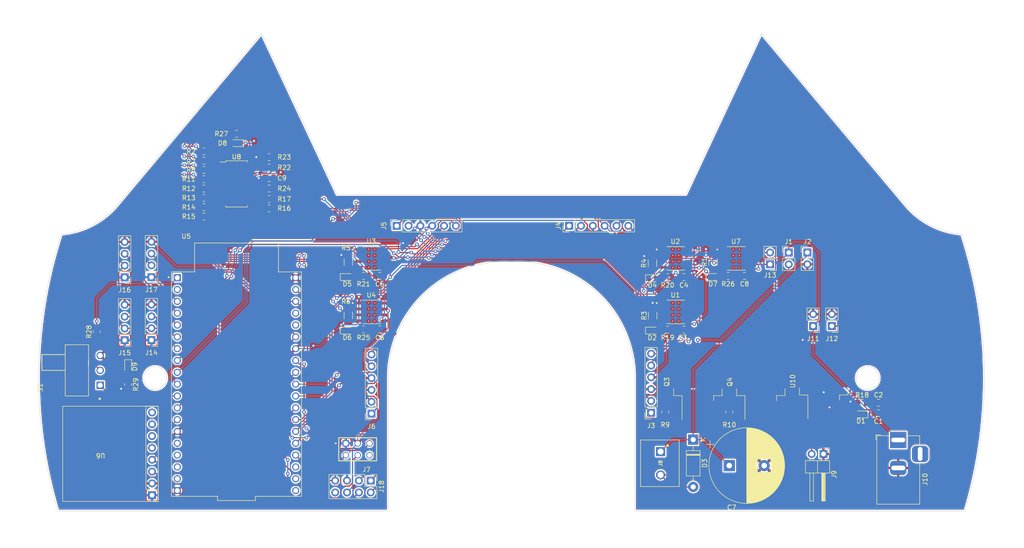
<source format=kicad_pcb>
(kicad_pcb (version 20211014) (generator pcbnew)
  (layers (0 "F.Cu" signal) (31 "B.Cu" signal) (34 "B.Paste" user) (35 "F.Paste" user) (36 "B.SilkS" user "B.Silkscreen") (37 "F.SilkS" user "F.Silkscreen") (38 "B.Mask" user) (39 "F.Mask" user) (44 "Edge.Cuts" user))
  (net 0 "")
  (net 1 "+7.5V")
  (net 2 "GND")
  (net 3 "+5V")
  (net 4 "+15V")
  (net 5 "+48V")
  (net 6 "Net-(D1-Pad2)")
  (net 7 "Net-(D2-Pad2)")
  (net 8 "Net-(D3-Pad2)")
  (net 9 "Net-(D4-Pad2)")
  (net 10 "Net-(D5-Pad2)")
  (net 11 "Net-(D6-Pad2)")
  (net 12 "Net-(D7-Pad2)")
  (net 13 "Net-(D8-Pad2)")
  (net 14 "Net-(D9-Pad2)")
  (net 15 "Net-(J1-Pad2)")
  (net 16 "/M1ENCB")
  (net 17 "/M1ENCA")
  (net 18 "Net-(J3-Pad5)")
  (net 19 "Net-(J3-Pad6)")
  (net 20 "/M2ENCB")
  (net 21 "/M2ENCA")
  (net 22 "Net-(J4-Pad5)")
  (net 23 "Net-(J4-Pad6)")
  (net 24 "/M3ENCB")
  (net 25 "/M3ENCA")
  (net 26 "Net-(J5-Pad5)")
  (net 27 "Net-(J5-Pad6)")
  (net 28 "/M4ENCB")
  (net 29 "/M4ENCA")
  (net 30 "Net-(J6-Pad5)")
  (net 31 "Net-(J6-Pad6)")
  (net 32 "/SDA")
  (net 33 "/SCL")
  (net 34 "/RST")
  (net 37 "Net-(J13-Pad1)")
  (net 38 "Net-(J13-Pad2)")
  (net 39 "/UTRIG")
  (net 40 "/UECHO1")
  (net 41 "/UECHO2")
  (net 42 "/UECHO3")
  (net 43 "/UECHO4")
  (net 44 "/MOSI")
  (net 45 "/MISO")
  (net 46 "/SCK")
  (net 47 "/CAM SS")
  (net 49 "/CHRGEN")
  (net 50 "/KCKEN")
  (net 51 "Net-(R1-Pad1)")
  (net 52 "Net-(R2-Pad1)")
  (net 53 "Net-(R2-Pad2)")
  (net 54 "Net-(R3-Pad1)")
  (net 55 "Net-(R4-Pad1)")
  (net 56 "Net-(R5-Pad1)")
  (net 57 "Net-(R6-Pad1)")
  (net 58 "Net-(R7-Pad1)")
  (net 59 "Net-(R7-Pad2)")
  (net 60 "Net-(R8-Pad1)")
  (net 61 "Net-(R8-Pad2)")
  (net 62 "Net-(R11-Pad1)")
  (net 63 "Net-(R11-Pad2)")
  (net 64 "Net-(R12-Pad1)")
  (net 65 "Net-(R12-Pad2)")
  (net 66 "Net-(R13-Pad1)")
  (net 67 "Net-(R13-Pad2)")
  (net 68 "Net-(R14-Pad1)")
  (net 69 "Net-(R14-Pad2)")
  (net 70 "Net-(R15-Pad1)")
  (net 71 "Net-(R15-Pad2)")
  (net 72 "Net-(R16-Pad1)")
  (net 73 "Net-(R16-Pad2)")
  (net 74 "Net-(R17-Pad1)")
  (net 75 "Net-(R17-Pad2)")
  (net 76 "Net-(R24-Pad1)")
  (net 77 "+3.3V")
  (net 78 "Net-(R28-Pad1)")
  (net 105 "/SW1")
  (footprint "DRV8870DDAR:VREG_LM5017MR_NOPB" (layer "F.Cu") (at 208.25 97)
    (fp_text reference "U7")
    (fp_text value "DRV8870DDAR")
  )
  (footprint "1825116-1:SW_1825116-1" (layer "F.Cu") (at 71.75 124.25 90)
    (fp_text reference "S1")
    (fp_text value "1825116-1")
  )
  (footprint "Resistor_SMD:R_0805_2012Metric" (layer "F.Cu") (at 193 130 90)
    (fp_text reference "R9")
    (fp_text value "10K")
  )
  (footprint "LED_SMD:LED_0603_1608Metric" (layer "F.Cu") (at 77.75 120.25 -90)
    (fp_text reference "D9")
    (fp_text value "LED")
  )
  (footprint "Resistor_SMD:R_0805_2012Metric" (layer "F.Cu") (at 94 76)
    (fp_text reference "R7")
    (fp_text value "220R")
  )
  (footprint "Resistor_SMD:R_0805_2012Metric" (layer "F.Cu") (at 101 70.25)
    (fp_text reference "R27")
    (fp_text value "150R")
  )
  (footprint "Resistor_SMD:R_0805_2012Metric" (layer "F.Cu") (at 128.25 100.75)
    (fp_text reference "R21")
    (fp_text value "730R")
  )
  (footprint "Resistor_SMD:R_1206_3216Metric" (layer "F.Cu") (at 190.25 98.0375 90)
    (fp_text reference "R4")
    (fp_text value "200R")
  )
  (footprint "Resistor_SMD:R_0805_2012Metric" (layer "F.Cu") (at 94 84)
    (fp_text reference "R13")
    (fp_text value "220R")
  )
  (footprint "Resistor_SMD:R_0805_2012Metric" (layer "F.Cu") (at 94 82)
    (fp_text reference "R12")
    (fp_text value "220R")
  )
  (footprint "Resistor_SMD:R_0805_2012Metric" (layer "F.Cu") (at 71 112.75 90)
    (fp_text reference "R28")
    (fp_text value "220R")
  )
  (footprint "Resistor_SMD:R_0805_2012Metric" (layer "F.Cu") (at 94 74)
    (fp_text reference "R2")
    (fp_text value "220R")
  )
  (footprint "Connector_PinHeader_2.54mm:PinHeader_1x02_P2.54mm_Vertical" (layer "F.Cu") (at 223.5 95.725)
    (fp_text reference "J2")
    (fp_text value "BOOST CONVERTER OUT")
  )
  (footprint "Connector_PinHeader_2.54mm:PinHeader_1x02_P2.54mm_Vertical" (layer "F.Cu") (at 228.75 111.525 180)
    (fp_text reference "J12")
    (fp_text value "Voltmeter 2")
  )
  (footprint "LED_SMD:LED_0603_1608Metric" (layer "F.Cu") (at 124.75 101)
    (fp_text reference "D5")
    (fp_text value "LED")
  )
  (footprint "Resistor_SMD:R_0805_2012Metric" (layer "F.Cu") (at 235.25 128)
    (fp_text reference "R18")
    (fp_text value "150R")
  )
  (footprint "Resistor_SMD:R_0805_2012Metric" (layer "F.Cu") (at 108 77.5)
    (fp_text reference "R22")
    (fp_text value "10K")
  )
  (footprint "Resistor_SMD:R_0805_2012Metric" (layer "F.Cu") (at 94 78)
    (fp_text reference "R8")
    (fp_text value "220R")
  )
  (footprint "Resistor_SMD:R_1206_3216Metric" (layer "F.Cu") (at 125 109.25 90)
    (fp_text reference "R6")
    (fp_text value "200R")
  )
  (footprint "LED_SMD:LED_0603_1608Metric" (layer "F.Cu") (at 124.75 112.5)
    (fp_text reference "D6")
    (fp_text value "LED")
  )
  (footprint "Connector_PinHeader_2.54mm:PinHeader_1x04_P2.54mm_Vertical" (layer "F.Cu") (at 82.75 101.04 180)
    (fp_text reference "J17")
    (fp_text value "USONIC4")
  )
  (footprint "DRV8870DDAR:VREG_LM5017MR_NOPB" (layer "F.Cu") (at 195.25 97)
    (fp_text reference "U2")
    (fp_text value "DRV8870DDAR")
  )
  (footprint "LED_SMD:LED_0603_1608Metric" (layer "F.Cu") (at 101 72.25 180)
    (fp_text reference "D8")
    (fp_text value "LED")
  )
  (footprint "Resistor_SMD:R_0805_2012Metric" (layer "F.Cu") (at 108 86.25 180)
    (fp_text reference "R16")
    (fp_text value "220R")
  )
  (footprint "Capacitor_SMD:C_0805_2012Metric" (layer "F.Cu") (at 131.75 112.25)
    (fp_text reference "C6")
    (fp_text value "0.1UF20V")
  )
  (footprint "Resistor_SMD:R_0805_2012Metric" (layer "F.Cu") (at 108 75.25)
    (fp_text reference "R23")
    (fp_text value "10K")
  )
  (footprint "Resistor_SMD:R_0805_2012Metric" (layer "F.Cu") (at 94 80)
    (fp_text reference "R11")
    (fp_text value "220R")
  )
  (footprint "Capacitor_THT:CP_Radial_D16.0mm_P7.50mm" (layer "F.Cu") (at 206.737246 141.5)
    (fp_text reference "C7")
    (fp_text value "1000U")
  )
  (footprint "Package_TO_SOT_SMD:TO-263-3_TabPin2" (layer "F.Cu") (at 227 123.375 90)
    (fp_text reference "U10")
    (fp_text value "LM1084-5.0")
  )
  (footprint "Connector_PinSocket_2.54mm:PinSocket_1x06_P2.54mm_Vertical" (layer "F.Cu") (at 189.975 130.16 180)
    (fp_text reference "J3")
    (fp_text value "Drive Motor 1")
  )
  (footprint "Capacitor_SMD:C_0805_2012Metric" (layer "F.Cu") (at 197 112.3)
    (fp_text reference "C3")
    (fp_text value "0.1UF20V")
  )
  (footprint "Capacitor_SMD:C_0805_2012Metric" (layer "F.Cu") (at 197 101)
    (fp_text reference "C4")
    (fp_text value "0.1UF20V")
  )
  (footprint "Diode_THT:D_DO-41_SOD81_P10.16mm_Horizontal" (layer "F.Cu") (at 199 135.92 -90)
    (fp_text reference "D3")
    (fp_text value "1N4004")
  )
  (footprint "Resistor_SMD:R_1206_3216Metric" (layer "F.Cu") (at 190.3 109.3 90)
    (fp_text reference "R3")
    (fp_text value "200R")
  )
  (footprint "Package_TO_SOT_SMD:TO-263-2" (layer "F.Cu") (at 213.5 123.525 90)
    (fp_text reference "Q4")
    (fp_text value "IRLZ44N")
  )
  (footprint "Capacitor_SMD:C_0805_2012Metric" (layer "F.Cu") (at 210 100.75)
    (fp_text reference "C8")
    (fp_text value "0.1UF20V")
  )
  (footprint "ESP32-DEVKITC:MODULE_ESP32-DEVKITC" (layer "F.Cu") (at 101 124)
    (fp_text reference "U5")
    (fp_text value "ESP32-DEVKITC")
  )
  (footprint "Connector_PinHeader_2.54mm:PinHeader_1x02_P2.54mm_Vertical" (layer "F.Cu") (at 215.5 98.275 180)
    (fp_text reference "J13")
    (fp_text value "Dribbler Motor 1")
  )
  (footprint "LED_SMD:LED_0603_1608Metric" (layer "F.Cu") (at 203.25 101)
    (fp_text reference "D7")
    (fp_text value "LED")
  )
  (footprint "Resistor_SMD:R_1206_3216Metric" (layer "F.Cu") (at 203.25 97.75 90)
    (fp_text reference "R1")
    (fp_text value "200R")
  )
  (footprint "Connector_PinSocket_2.54mm:PinSocket_1x06_P2.54mm_Vertical" (layer "F.Cu") (at 129.975 130.325 180)
    (fp_text reference "J6")
    (fp_text value "Drive Motor 4")
  )
  (footprint "Connector_BarrelJack:BarrelJack_Horizontal" (layer "F.Cu") (at 243 136 90)
    (fp_text reference "J10")
    (fp_text value "4S Li-Po")
  )
  (footprint "Package_TO_SOT_SMD:TO-263-2" (layer "F.Cu") (at 200 123.525 90)
    (fp_text reference "Q3")
    (fp_text value "IRLZ44N")
  )
  (footprint "Connector_PinSocket_2.54mm:PinSocket_1x06_P2.54mm_Vertical" (layer "F.Cu") (at 135.38 90 90)
    (fp_text reference "J5")
    (fp_text value "Drive Motor 3")
  )
  (footprint "SSQ-103-01-T-D:SAMTEC_SSQ-103-01-T-D" (layer "F.Cu") (at 127 138 180)
    (fp_text reference "J7")
    (fp_text value "Chi Chi Conn")
  )
  (footprint "Connector_PinHeader_2.54mm:PinHeader_1x02_P2.54mm_Vertical" (layer "F.Cu") (at 219.5 95.74)
    (fp_text reference "J1")
    (fp_text value "BOOST CONVERTER IN")
  )
  (footprint "Capacitor_SMD:C_0805_2012Metric" (layer "F.Cu") (at 238.75 130.25)
    (fp_text reference "C1")
    (fp_text value "10UF20V")
  )
  (footprint "Capacitor_SMD:C_0805_2012Metric" (layer "F.Cu") (at 108 79.75)
    (fp_text reference "C9")
    (fp_text value "10UF")
  )
  (footprint "Connector_PinHeader_2.54mm:PinHeader_1x04_P2.54mm_Vertical" (layer "F.Cu") (at 82.75 114.54 180)
    (fp_text reference "J14")
    (fp_text value "USONIC1")
  )
  (footprint "Resistor_SMD:R_0805_2012Metric" (layer "F.Cu") (at 206.75 130 90)
    (fp_text reference "R10")
    (fp_text value "10K")
  )
  (footprint "Resistor_SMD:R_0805_2012Metric" (layer "F.Cu") (at 206.5 100.75)
    (fp_text reference "R26")
    (fp_text value "730R")
  )
  (footprint "Resistor_SMD:R_0805_2012Metric" (layer "F.Cu") (at 193.5 112.3)
    (fp_text reference "R19")
    (fp_text value "730R")
  )
  (footprint "Connector_PinHeader_2.54mm:PinHeader_1x02_P2.54mm_Vertical" (layer "F.Cu") (at 224.75 111.525 180)
    (fp_text reference "J11")
    (fp_text value "Voltmeter 1")
  )
  (footprint "Resistor_SMD:R_0805_2012Metric" (layer "F.Cu") (at 193.5 101)
    (fp_text reference "R20")
    (fp_text value "730R")
  )
  (footprint "Package_SO:TSSOP-28_4.4x9.7mm_P0.65mm" (layer "F.Cu") (at 101 81)
    (fp_text reference "U8")
    (fp_text value "PCA9685PW")
  )
  (footprint "Capacitor_SMD:C_0805_2012Metric" (layer "F.Cu") (at 131.75 100.75)
    (fp_text reference "C5")
    (fp_text value "0.1UF20V")
  )
  (footprint "DRV8870DDAR:VREG_LM5017MR_NOPB" (layer "F.Cu") (at 130 108.5)
    (fp_text reference "U4")
    (fp_text value "DRV8870DDAR")
  )
  (footprint "LED_SMD:LED_0603_1608Metric" (layer "F.Cu") (at 190.25 112.5)
    (fp_text reference "D2")
    (fp_text value "LED")
  )
  (footprint "Resistor_SMD:R_1206_3216Metric" (layer "F.Cu") (at 125 97.7875 90)
    (fp_text reference "R5")
    (fp_text value "200R")
  )
  (footprint "2 Position Wire to Board Terminal Block Horizontal with Board 0.197 (5:2 Position Wire to Board Terminal Block Horizontal with Board 0.197 (5.00mm) Through Hole" (layer "F.Cu") (at 192 141 -90)
    (fp_text reference "J8")
    (fp_text value "Solenoid")
  )
  (footprint "DRV8870DDAR:VREG_LM5017MR_NOPB" (layer "F.Cu") (at 130 97)
    (fp_text reference "U3")
    (fp_text value "DRV8870DDAR")
  )
  (footprint "Connector_PinHeader_2.54mm:PinHeader_2x04_P2.54mm_Vertical" (layer "F.Cu") (at 129.8 144.725 -90)
    (fp_text reference "J18")
    (fp_text value "Cam H7")
  )
  (footprint "LED_SMD:LED_0603_1608Metric" (layer "F.Cu") (at 190.25 101.25)
    (fp_text reference "D4")
    (fp_text value "LED")
  )
  (footprint "Connector_PinHeader_2.54mm:PinHeader_1x02_P2.54mm_Horizontal" (layer "F.Cu") (at 226.9575 139 -90)
    (fp_text reference "J9")
    (fp_text value "2S Li-Po")
  )
  (footprint "Connector_PinHeader_2.54mm:PinHeader_1x04_P2.54mm_Vertical" (layer "F.Cu") (at 77 101.08 180)
    (fp_text reference "J16")
    (fp_text value "USONIC3")
  )
  (footprint "Capacitor_SMD:C_0805_2012Metric" (layer "F.Cu") (at 238.75 128)
    (fp_text reference "C2")
    (fp_text value "10UF20V")
  )
  (footprint "LED_SMD:LED_0603_1608Metric" (layer "F.Cu") (at 235 130.5 180)
    (fp_text reference "D1")
    (fp_text value "LED")
  )
  (footprint "Resistor_SMD:R_0805_2012Metric" (layer "F.Cu") (at 108 82)
    (fp_text reference "R24")
    (fp_text value "10K")
  )
  (footprint "Resistor_SMD:R_0805_2012Metric" (layer "F.Cu") (at 94 86)
    (fp_text reference "R14")
    (fp_text value "220R")
  )
  (footprint "DRV8870DDAR:VREG_LM5017MR_NOPB" (layer "F.Cu") (at 195.25 108.5)
    (fp_text reference "U1")
    (fp_text value "DRV8870DDAR")
  )
  (footprint "Resistor_SMD:R_0805_2012Metric" (layer "F.Cu") (at 94 88)
    (fp_text reference "R15")
    (fp_text value "220R")
  )
  (footprint "Connector_PinHeader_2.54mm:PinHeader_1x06_P2.54mm_Vertical" (layer "F.Cu") (at 172.38 90 90)
    (fp_text reference "J4")
    (fp_text value "Drive Motor 2")
  )
  (footprint "Library:GY-521" (layer "F.Cu") (at 82.879 147.8635 180)
    (fp_text reference "U6")
    (fp_text value "GY-521")
  )
  (footprint "Connector_PinHeader_2.54mm:PinHeader_1x04_P2.54mm_Vertical" (layer "F.Cu") (at 77 114.58 180)
    (fp_text reference "J15")
    (fp_text value "USONIC2")
  )
  (footprint "Resistor_SMD:R_0805_2012Metric" (layer "F.Cu") (at 128.25 112.25)
    (fp_text reference "R25")
    (fp_text value "730R")
  )
  (footprint "Resistor_SMD:R_0805_2012Metric" (layer "F.Cu") (at 77.75 124.0875 -90)
    (fp_text reference "R29")
    (fp_text value "150R")
  )
  (footprint "Resistor_SMD:R_0805_2012Metric" (layer "F.Cu") (at 108 84.25 180)
    (fp_text reference "R17")
    (fp_text value "220R")
  )
  (gr_line (start 106.376028 48.746703) (end 75.449708 85.603252) (layer "Edge.Cuts") (width 0.1))
  (gr_line (start 62.712571 151.253297) (end 133.548289 151.253297) (layer "Edge.Cuts") (width 0.1))
  (gr_line (start 213.623972 48.746703) (end 197.451713 83.279868) (layer "Edge.Cuts") (width 0.1))
  (gr_line (start 186.451722 122.696052) (end 186.451711 151.253297) (layer "Edge.Cuts") (width 0.1))
  (gr_arc (start 256.558742 91.798602) (mid 249.932447 89.906687) (end 244.550292 85.603252) (layer "Edge.Cuts") (width 0.1))
  (gr_arc (start 133.548278 122.696052) (mid 141.391546 104.512364) (end 160 97.738238) (layer "Edge.Cuts") (width 0.1))
  (gr_line (start 244.550292 85.603252) (end 213.623972 48.746703) (layer "Edge.Cuts") (width 0.1))
  (gr_circle (center 236.451712 122.696059) (end 236.451712 120.196059) (layer "Edge.Cuts") (width 0.1) (fill none))
  (gr_arc (start 75.449708 85.603252) (mid 70.067554 89.906687) (end 63.441258 91.798602) (layer "Edge.Cuts") (width 0.1))
  (gr_line (start 197.451713 83.279868) (end 122.548287 83.279868) (layer "Edge.Cuts") (width 0.1))
  (gr_line (start 122.548287 83.279868) (end 106.376028 48.746703) (layer "Edge.Cuts") (width 0.1))
  (gr_arc (start 62.712571 151.253297) (mid 58.55579 121.470538) (end 63.441258 91.798602) (layer "Edge.Cuts") (width 0.1))
  (gr_arc (start 160 97.738238) (mid 178.608454 104.512364) (end 186.451722 122.696052) (layer "Edge.Cuts") (width 0.1))
  (gr_arc (start 256.558742 91.798602) (mid 261.44421 121.470538) (end 257.287429 151.253297) (layer "Edge.Cuts") (width 0.1))
  (gr_line (start 133.548289 151.253297) (end 133.548278 122.696052) (layer "Edge.Cuts") (width 0.1))
  (gr_line (start 186.451711 151.253297) (end 257.287429 151.253297) (layer "Edge.Cuts") (width 0.1))
  (gr_circle (center 83.548288 122.696059) (end 83.548288 120.196059) (layer "Edge.Cuts") (width 0.1) (fill none))
  (segment (start 231.69 131.3) (end 229.54 129.15) (width 0.25) (layer "F.Cu") (net 1))
  (segment (start 235.025 130.931479) (end 234.656479 131.3) (width 0.25) (layer "F.Cu") (net 1))
  (segment (start 237 129.5) (end 235.543521 129.5) (width 0.25) (layer "F.Cu") (net 1))
  (segment (start 229.85 111.525) (end 232.725 114.4) (width 0.25) (layer "F.Cu") (net 1))
  (segment (start 237.75 130.25) (end 237 129.5) (width 0.25) (layer "F.Cu") (net 1))
  (segment (start 224.4175 139) (end 224.4175 139.6675) (width 0.25) (layer "F.Cu") (net 1))
  (segment (start 232.725 125.965) (end 229.54 129.15) (width 0.25) (layer "F.Cu") (net 1))
  (segment (start 237.8 130.25) (end 237.75 130.25) (width 0.25) (layer "F.Cu") (net 1))
  (segment (start 232.725 114.4) (end 232.725 125.965) (width 0.25) (layer "F.Cu") (net 1))
  (segment (start 235.025 130.018521) (end 235.025 130.931479) (width 0.25) (layer "F.Cu") (net 1))
  (segment (start 229.54 129.15) (end 229.54 130.21) (width 0.25) (layer "F.Cu") (net 1))
  (segment (start 224.4175 135.3325) (end 224.4175 139) (width 0.25) (layer "F.Cu") (net 1))
  (segment (start 229.54 130.21) (end 224.4175 135.3325) (width 0.25) (layer "F.Cu") (net 1))
  (segment (start 228.75 111.525) (end 229.85 111.525) (width 0.25) (layer "F.Cu") (net 1))
  (segment (start 235.543521 129.5) (end 235.025 130.018521) (width 0.25) (layer "F.Cu") (net 1))
  (segment (start 234.656479 131.3) (end 231.69 131.3) (width 0.25) (layer "F.Cu") (net 1))
  (segment (start 132 101.45) (end 132.7 100.75) (width 0.25) (layer "F.Cu") (net 2))
  (segment (start 193.936827 113.35) (end 193.575 112.988173) (width 0.25) (layer "F.Cu") (net 2))
  (segment (start 133.2455 96.9105) (end 132.7 96.365) (width 0.25) (layer "F.Cu") (net 2))
  (segment (start 101.7875 72.25) (end 102.8879 72.25) (width 0.25) (layer "F.Cu") (net 2))
  (segment (start 131.731788 113.731787) (end 131.731788 113.218212) (width 0.25) (layer "F.Cu") (net 2))
  (segment (start 197.95 101) (end 198.25 101) (width 0.25) (layer "F.Cu") (net 2))
  (segment (start 127.3 95.095) (end 127.816752 95.095) (width 0.25) (layer "F.Cu") (net 2))
  (segment (start 108.95 81.9625) (end 108.9125 82) (width 0.25) (layer "F.Cu") (net 2))
  (segment (start 194.578248 97) (end 195.25 97) (width 0.25) (layer "F.Cu") (net 2))
  (segment (start 202.4625 101) (end 200.75 101) (width 0.25) (layer "F.Cu") (net 2))
  (segment (start 123.9625 111.7125) (end 123.5 111.25) (width 0.25) (layer "F.Cu") (net 2))
  (segment (start 197.315 97) (end 195.25 97) (width 0.25) (layer "F.Cu") (net 2))
  (segment (start 133.152359 107.865) (end 133.5255 108.238141) (width 0.25) (layer "F.Cu") (net 2))
  (segment (start 208.25 97) (end 210.315 97) (width 0.25) (layer "F.Cu") (net 2))
  (segment (start 126.62229 95.095) (end 126.254579 94.727289) (width 0.25) (layer "F.Cu") (net 2))
  (segment (start 128.875 96.153248) (end 128.875 96.546752) (width 0.25) (layer "F.Cu") (net 2))
  (segment (start 198.25 101) (end 199.25 100) (width 0.25) (layer "F.Cu") (net 2))
  (segment (start 105.494992 78.7995) (end 103.937 78.7995) (width 0.25) (layer "F.Cu") (net 2))
  (segment (start 194.721753 111) (end 195.25 110.471753) (width 0.25) (layer "F.Cu") (net 2))
  (segment (start 117.5 104.95) (end 117.5 106.5) (width 0.25) (layer "F.Cu") (net 2))
  (segment (start 210.315 97) (end 210.95 96.365) (width 0.25) (layer "F.Cu") (net 2))
  (segment (start 132.7 96.365) (end 131.125001 96.365) (width 0.25) (layer "F.Cu") (net 2))
  (segment (start 196.9 113.35) (end 193.936827 113.35) (width 0.25) (layer "F.Cu") (net 2))
  (segment (start 197.95 96.365) (end 198.414879 96.365) (width 0.25) (layer "F.Cu") (net 2))
  (segment (start 193.066752 95.095) (end 194.125 96.153248) (width 0.25) (layer "F.Cu") (net 2))
  (segment (start 127.3 95.095) (end 126.62229 95.095) (width 0.25) (layer "F.Cu") (net 2))
  (segment (start 132.065 108.5) (end 130 108.5) (width 0.25) (layer "F.Cu") (net 2))
  (segment (start 131.25 105.25) (end 130 106.5) (width 0.25) (layer "F.Cu") (net 2))
  (segment (start 129.328248 97) (end 130 97) (width 0.25) (layer "F.Cu") (net 2))
  (segment (start 197.315 108.5) (end 195.25 108.5) (width 0.25) (layer "F.Cu") (net 2))
  (segment (start 193.575 111.611827) (end 194.186827 111) (width 0.25) (layer "F.Cu") (net 2))
  (segment (start 134.75 96.9105) (end 133.2455 96.9105) (width 0.25) (layer "F.Cu") (net 2))
  (segment (start 202.4625 101) (end 202.463053 101) (width 0.25) (layer "F.Cu") (net 2))
  (segment (start 127.816752 95.095) (end 128.875 96.153248) (width 0.25) (layer "F.Cu") (net 2))
  (segment (start 198.414879 96.365) (end 199.5255 95.254379) (width 0.25) (layer "F.Cu") (net 2))
  (segment (start 132 102.5) (end 132 101.45) (width 0.25) (layer "F.Cu") (net 2))
  (segment (start 192.55 95.095) (end 193.066752 95.095) (width 0.25) (layer "F.Cu") (net 2))
  (segment (start 194.125 96.153248) (end 194.125 96.546752) (width 0.25) (layer "F.Cu") (net 2))
  (segment (start 132.7 107.865) (end 132.065 108.5) (width 0.25) (layer "F.Cu") (net 2))
  (segment (start 197.95 107.865) (end 197.315 108.5) (width 0.25) (layer "F.Cu") (net 2))
  (segment (start 109.25 79.75) (end 110.5 78.5) (width 0.25) (layer "F.Cu") (net 2))
  (segment (start 113.7 101.15) (end 117.5 104.95) (width 0.25) (layer "F.Cu") (net 2))
  (segment (start 131.731788 113.218212) (end 132.7 112.25) (width 0.25) (layer "F.Cu") (net 2))
  (segment (start 117.5 106.5) (end 117.5 115.75) (width 0.25) (layer "F.Cu") (net 2))
  (segment (start 195.25 110.471753) (end 195.25 108.5) (width 0.25) (layer "F.Cu") (net 2))
  (segment (start 194.186827 111) (end 194.721753 111) (width 0.25) (layer "F.Cu") (net 2))
  (segment (start 142.374408 90) (end 143 90) (width 0.25) (layer "F.Cu") (net 2))
  (segment (start 132.7 107.865) (end 133.152359 107.865) (width 0.25) (layer "F.Cu") (net 2))
  (segment (start 123.9625 112.5) (end 123.9625 111.7125) (width 0.25) (layer "F.Cu") (net 2))
  (segment (start 103.937 78.7995) (end 103.8625 78.725) (width 0.25) (layer "F.Cu") (net 2))
  (segment (start 193.575 112.988173) (end 193.575 111.611827) (width 0.25) (layer "F.Cu") (net 2))
  (segment (start 132 105.25) (end 131.25 105.25) (width 0.25) (layer "F.Cu") (net 2))
  (segment (start 130 106.5) (end 130 108.5) (width 0.25) (layer "F.Cu") (net 2))
  (segment (start 141.783655 90.590753) (end 142.374408 90) (width 0.25) (layer "F.Cu") (net 2))
  (segment (start 128.875 96.546752) (end 129.328248 97) (width 0.25) (layer "F.Cu") (net 2))
  (segment (start 102.8879 72.25) (end 102.94395 72.30605) (width 0.25) (layer "F.Cu") (net 2))
  (segment (start 108.95 79.75) (end 109.25 79.75) (width 0.25) (layer "F.Cu") (net 2))
  (segment (start 194.125 96.546752) (end 194.578248 97) (width 0.25) (layer "F.Cu") (net 2))
  (segment (start 197.95 96.365) (end 197.315 97) (width 0.25) (layer "F.Cu") (net 2))
  (segment (start 197.95 112.3) (end 196.9 113.35) (width 0.25) (layer "F.Cu") (net 2))
  (via (at 199.25 100) (size 0.8) (drill 0.4) (layers "F.Cu" "B.Cu") (net 2))
  (via (at 134.75 96.9105) (size 0.8) (drill 0.4) (layers "F.Cu" "B.Cu") (net 2))
  (via (at 127.25 105.25) (size 0.8) (drill 0.4) (layers "F.Cu" "B.Cu") (net 2))
  (via (at 133.5255 108.238141) (size 0.8) (drill 0.4) (layers "F.Cu" "B.Cu") (net 2))
  (via (at 98.5 98.75) (size 0.8) (drill 0.4) (layers "F.Cu" "B.Cu") (net 2))
  (via (at 199.5 98) (size 0.8) (drill 0.4) (layers "F.Cu" "B.Cu") (net 2))
  (via (at 105.494992 78.7995) (size 0.8) (drill 0.4) (layers "F.Cu" "B.Cu") (net 2))
  (via (at 123.5 111.25) (size 0.8) (drill 0.4) (layers "F.Cu" "B.Cu") (net 2))
  (via (at 132 105.25) (size 0.8) (drill 0.4) (layers "F.Cu" "B.Cu") (net 2))
  (via (at 131.731788 113.731787) (size 0.8) (drill 0.4) (layers "F.Cu" "B.Cu") (net 2))
  (via (at 102.94395 72.30605) (size 0.8) (drill 0.4) (layers "F.Cu" "B.Cu") (net 2))
  (via (at 200.75 101) (size 0.8) (drill 0.4) (layers "F.Cu" "B.Cu") (net 2))
  (via (at 117.5 115.75) (size 0.8) (drill 0.4) (layers "F.Cu" "B.Cu") (net 2))
  (via (at 104.75 71.75) (size 0.8) (drill 0.4) (layers "F.Cu" "B.Cu") (net 2))
  (via (at 193.25 113.75) (size 0.8) (drill 0.4) (layers "F.Cu" "B.Cu") (net 2))
  (via (at 132 102.5) (size 0.8) (drill 0.4) (layers "F.Cu" "B.Cu") (net 2))
  (via (at 199.5255 95.254379) (size 0.8) (drill 0.4) (layers "F.Cu" "B.Cu") (net 2))
  (via (at 126.254579 94.727289) (size 0.8) (drill 0.4) (layers "F.Cu" "B.Cu") (net 2))
  (via (at 201.75 95) (size 0.8) (drill 0.4) (layers "F.Cu" "B.Cu") (net 2))
  (via (at 110.5 78.5) (size 0.8) (drill 0.4) (layers "F.Cu" "B.Cu") (net 2))
  (via (at 99.75 95.25) (size 0.8) (drill 0.4) (layers "F.Cu" "B.Cu") (net 2))
  (via (at 183.75 91) (size 0.8) (drill 0.4) (layers "F.Cu" "B.Cu") (net 2))
  (via (at 141.783655 90.590753) (size 0.8) (drill 0.4) (layers "F.Cu" "B.Cu") (net 2))
  (segment (start 126.254579 96.754579) (end 132 102.5) (width 0.25) (layer "B.Cu") (net 2))
  (segment (start 132 105.25) (end 132 102.5) (width 0.25) (layer "B.Cu") (net 2))
  (segment (start 104.19395 72.30605) (end 104.75 71.75) (width 0.25) (layer "B.Cu") (net 2))
  (segment (start 199.779879 95) (end 199.5255 95.254379) (width 0.25) (layer "B.Cu") (net 2))
  (segment (start 189.975 122.54) (end 193.25 119.265) (width 0.25) (layer "B.Cu") (net 2))
  (segment (start 131.25 131.25) (end 127 135.5) (width 0.25) (layer "B.Cu") (net 2))
  (segment (start 141.727179 90.966713) (end 141.783655 90.966713) (width 0.25) (layer "B.Cu") (net 2))
  (segment (start 102.94395 72.30605) (end 104.19395 72.30605) (width 0.25) (layer "B.Cu") (net 2))
  (segment (start 199.25 98.25) (end 199.5 98) (width 0.25) (layer "B.Cu") (net 2))
  (segment (start 126.75 111.25) (end 127.25 110.75) (width 0.25) (layer "B.Cu") (net 2))
  (segment (start 110.5 78.5) (end 110.2005 78.7995) (width 0.25) (layer "B.Cu") (net 2))
  (segment (start 99.75 97.5) (end 99.75 95.25) (width 0.25) (layer "B.Cu") (net 2))
  (segment (start 178.825 88.825) (end 144.175 88.825) (width 0.25) (layer "B.Cu") (net 2))
  (segment (start 131.731788 113.731787) (end 128.5 116.963575) (width 0.25) (layer "B.Cu") (net 2))
  (segment (start 88.08 98.75) (end 98.5 98.75) (width 0.25) (layer "B.Cu") (net 2))
  (segment (start 181.175 91.175) (end 183.575 91.175) (width 0.25) (layer "B.Cu") (net 2))
  (segment (start 131.25 123.98) (end 131.25 131.25) (width 0.25) (layer "B.Cu") (net 2))
  (segment (start 141.783655 90.966713) (end 141.783655 90.590753) (width 0.25) (layer "B.Cu") (net 2))
  (segment (start 125.895 146.09) (end 125.895 137.835) (width 0.25) (layer "B.Cu") (net 2))
  (segment (start 134.75 96.9105) (end 135.783392 96.9105) (width 0.25) (layer "B.Cu") (net 2))
  (segment (start 133.5255 111.938075) (end 131.731788 113.731787) (width 0.25) (layer "B.Cu") (net 2))
  (segment (start 180 90) (end 178.825 88.825) (width 0.25) (layer "B.Cu") (net 2))
  (segment (start 193.25 119.265) (end 193.25 113.75) (width 0.25) (layer "B.Cu") (net 2))
  (segment (start 117.5 115.75) (end 116.86 116.39) (width 0.25) (layer "B.Cu") (net 2))
  (segment (start 183.575 91.175) (end 183.75 91) (width 0.25) (layer "B.Cu") (net 2))
  (segment (start 82.75 93.42) (end 88.08 98.75) (width 0.25) (layer "B.Cu") (net 2))
  (segment (start 119 115.75) (end 117.5 115.75) (width 0.25) (layer "B.Cu") (net 2))
  (segment (start 144.175 88.825) (end 143 90) (width 0.25) (layer "B.Cu") (net 2))
  (segment (start 125.895 137.835) (end 127 136.73) (width 0.25) (layer "B.Cu") (net 2))
  (segment (start 127 135.5) (end 127 136.73) (width 0.25) (layer "B.Cu") (net 2))
  (segment (start 200.25 101) (end 199.25 100) (width 0.25) (layer "B.Cu") (net 2))
  (segment (start 133.5255 108.238141) (end 133.5255 111.938075) (width 0.25) (layer "B.Cu") (net 2))
  (segment (start 128.5 121.23) (end 129.975 122.705) (width 0.25) (layer "B.Cu") (net 2))
  (segment (start 110.2005 78.7995) (end 105.494992 78.7995) (width 0.25) (layer "B.Cu") (net 2))
  (segment (start 127.25 110.75) (end 127.25 105.25) (width 0.25) (layer "B.Cu") (net 2))
  (segment (start 123.5 111.25) (end 126.75 111.25) (width 0.25) (layer "B.Cu") (net 2))
  (segment (start 123.5 111.25) (end 119 115.75) (width 0.25) (layer "B.Cu") (net 2))
  (segment (start 98.5 98.75) (end 99.75 97.5) (width 0.25) (layer "B.Cu") (net 2))
  (segment (start 180 90) (end 181.175 91.175) (width 0.25) (layer "B.Cu") (net 2))
  (segment (start 116.86 116.39) (end 113.7 116.39) (width 0.25) (layer "B.Cu") (net 2))
  (segment (start 200.75 101) (end 200.25 101) (width 0.25) (layer "B.Cu") (net 2))
  (segment (start 124.72 147.265) (end 125.895 146.09) (width 0.25) (layer "B.Cu") (net 2))
  (segment (start 199.25 100) (end 199.25 98.25) (width 0.25) (layer "B.Cu") (net 2))
  (segment (start 201.75 95) (end 199.779879 95) (width 0.25) (layer "B.Cu") (net 2))
  (segment (start 129.975 122.705) (end 131.25 123.98) (width 0.25) (layer "B.Cu") (net 2))
  (segment (start 128.5 116.963575) (end 128.5 121.23) (width 0.25) (layer "B.Cu") (net 2))
  (segment (start 135.783392 96.9105) (end 141.727179 90.966713) (width 0.25) (layer "B.Cu") (net 2))
  (segment (start 126.254579 94.727289) (end 126.254579 96.754579) (width 0.25) (layer "B.Cu") (net 2))
  (segment (start 103.8625 76.775) (end 103.8625 76.6375) (width 0.25) (layer "F.Cu") (net 3))
  (segment (start 103.8625 76.775) (end 103.8625 72.2) (width 0.25) (layer "F.Cu") (net 3))
  (segment (start 188.5 96.5) (end 190.175 96.5) (width 0.25) (layer "F.Cu") (net 3))
  (segment (start 203.25 96.2875) (end 201.7875 96.2875) (width 0.25) (layer "F.Cu") (net 3))
  (segment (start 227 120) (end 227 125.75) (width 0.25) (layer "F.Cu") (net 3))
  (segment (start 103.8625 76.6375) (end 105.25 75.25) (width 0.25) (layer "F.Cu") (net 3))
  (segment (start 108.9125 75.25) (end 108.9125 77.8875) (width 0.25) (layer "F.Cu") (net 3))
  (segment (start 228.25 129) (end 227.15 129) (width 0.25) (layer "F.Cu") (net 3))
  (segment (start 140.46 90) (end 139.825858 90) (width 0.25) (layer "F.Cu") (net 3))
  (segment (start 201.7875 96.2875) (end 201.75 96.25) (width 0.25) (layer "F.Cu") (net 3))
  (segment (start 105.768851 79.75) (end 105.753988 79.764863) (width 0.25) (layer "F.Cu") (net 3))
  (segment (start 222.5 115.5) (end 222.5 114.5) (width 0.25) (layer "F.Cu") (net 3))
  (segment (start 107.05 79.75) (end 105.768851 79.75) (width 0.25) (layer "F.Cu") (net 3))
  (segment (start 108.9125 77.8875) (end 107.05 79.75) (width 0.25) (layer "F.Cu") (net 3))
  (segment (start 103.8625 72.2) (end 101.9125 70.25) (width 0.25) (layer "F.Cu") (net 3))
  (segment (start 125 107.7875) (end 125 106.25) (width 0.25) (layer "F.Cu") (net 3))
  (segment (start 233.525 126.975) (end 232.75 127.75) (width 0.25) (layer "F.Cu") (net 3))
  (segment (start 190.175 96.5) (end 190.25 96.575) (width 0.25) (layer "F.Cu") (net 3))
  (segment (start 236.1625 128) (end 237.8 128) (width 0.25) (layer "F.Cu") (net 3))
  (segment (start 139.825858 90) (end 139.250358 90.5755) (width 0.25) (layer "F.Cu") (net 3))
  (segment (start 125 96.325) (end 123.575 96.325) (width 0.25) (layer "F.Cu") (net 3))
  (segment (start 235.1375 126.975) (end 233.525 126.975) (width 0.25) (layer "F.Cu") (net 3))
  (segment (start 236.1625 128) (end 235.1375 126.975) (width 0.25) (layer "F.Cu") (net 3))
  (segment (start 77.75 125) (end 76.25 125) (width 0.25) (layer "F.Cu") (net 3))
  (segment (start 227 120) (end 222.5 115.5) (width 0.25) (layer "F.Cu") (net 3))
  (segment (start 190.3 106.55) (end 190.3 107.8375) (width 0.25) (layer "F.Cu") (net 3))
  (segment (start 123.575 96.325) (end 123.5 96.25) (width 0.25) (layer "F.Cu") (net 3))
  (segment (start 227.15 129) (end 227 129.15) (width 0.25) (layer "F.Cu") (net 3))
  (via (at 190.3 106.55) (size 0.8) (drill 0.4) (layers "F.Cu" "B.Cu") (net 3))
  (via (at 139.250358 90.5755) (size 0.8) (drill 0.4) (layers "F.Cu" "B.Cu") (net 3))
  (via (at 201.75 96.25) (size 0.8) (drill 0.4) (layers "F.Cu" "B.Cu") (net 3))
  (via (at 188.5 96.5) (size 0.8) (drill 0.4) (layers "F.Cu" "B.Cu") (net 3))
  (via (at 125 106.25) (size 0.8) (drill 0.4) (layers "F.Cu" "B.Cu") (net 3))
  (via (at 228.25 129) (size 0.8) (drill 0.4) (layers "F.Cu" "B.Cu") (net 3))
  (via (at 123.5 96.25) (size 0.8) (drill 0.4) (layers "F.Cu" "B.Cu") (net 3))
  (via (at 105.25 75.25) (size 0.8) (drill 0.4) (layers "F.Cu" "B.Cu") (net 3))
  (via (at 105.753988 79.764863) (size 0.8) (drill 0.4) (layers "F.Cu" "B.Cu") (net 3))
  (via (at 136.75 93.7245) (size 0.8) (drill 0.4) (layers "F.Cu" "B.Cu") (net 3))
  (via (at 232.75 127.75) (size 0.8) (drill 0.4) (layers "F.Cu" "B.Cu") (net 3))
  (via (at 227 125.75) (size 0.8) (drill 0.4) (layers "F.Cu" "B.Cu") (net 3))
  (via (at 76.25 125) (size 0.8) (drill 0.4) (layers "F.Cu" "B.Cu") (net 3))
  (via (at 222.5 114.5) (size 0.8) (drill 0.4) (layers "F.Cu" "B.Cu") (net 3))
  (segment (start 201.75 96.25) (end 198.75 96.25) (width 0.25) (layer "B.Cu") (net 3))
  (segment (start 191.5 93.5) (end 188.5 96.5) (width 0.25) (layer "B.Cu") (net 3))
  (segment (start 196 93.5) (end 191.5 93.5) (width 0.25) (layer "B.Cu") (net 3))
  (segment (start 136.75 93.7245) (end 136.75 93.075858) (width 0.25) (layer "B.Cu") (net 3))
  (segment (start 198.75 96.25) (end 196 93.5) (width 0.25) (layer "B.Cu") (net 3))
  (segment (start 136.75 93.075858) (end 139.250358 90.5755) (width 0.25) (layer "B.Cu") (net 3))
  (segment (start 200.25 99) (end 198.045 99) (width 0.25) (layer "F.Cu") (net 4))
  (segment (start 205.086827 99.725) (end 204.611827 100.2) (width 0.25) (layer "F.Cu") (net 4))
  (segment (start 199.2255 111.125049) (end 198.670049 111.125049) (width 0.25) (layer "F.Cu") (net 4))
  (segment (start 198.045 99) (end 197.95 98.905) (width 0.25) (layer "F.Cu") (net 4))
  (segment (start 213 99.25) (end 211.295 99.25) (width 0.25) (layer "F.Cu") (net 4))
  (segment (start 209.105 100.75) (end 210.95 98.905) (width 0.25) (layer "F.Cu") (net 4))
  (segment (start 206.088173 99.725) (end 205.086827 99.725) (width 0.25) (layer "F.Cu") (net 4))
  (segment (start 130.8 112.25) (end 130.855 112.25) (width 0.25) (layer "F.Cu") (net 4))
  (segment (start 196.055 112.3) (end 197.95 110.405) (width 0.25) (layer "F.Cu") (net 4))
  (segment (start 196.05 101) (end 196.05 100.805) (width 0.25) (layer "F.Cu") (net 4))
  (segment (start 198.670049 111.125049) (end 197.95 110.405) (width 0.25) (layer "F.Cu") (net 4))
  (segment (start 196.05 112.3) (end 196.055 112.3) (width 0.25) (layer "F.Cu") (net 4))
  (segment (start 207.113173 100.75) (end 206.088173 99.725) (width 0.25) (layer "F.Cu") (net 4))
  (segment (start 129.1625 100.75) (end 130.8 100.75) (width 0.25) (layer "F.Cu") (net 4))
  (segment (start 134 100.205) (end 132.7 98.905) (width 0.25) (layer "F.Cu") (net 4))
  (segment (start 130.8 100.75) (end 130.855 100.75) (width 0.25) (layer "F.Cu") (net 4))
  (segment (start 194.4125 101) (end 194.4125 100.887002) (width 0.25) (layer "F.Cu") (net 4))
  (segment (start 209.05 100.75) (end 209.105 100.75) (width 0.25) (layer "F.Cu") (net 4))
  (segment (start 194.4125 101) (end 196.05 101) (width 0.25) (layer "F.Cu") (net 4))
  (segment (start 129.1625 112.25) (end 130.825 112.25) (width 0.25) (layer "F.Cu") (net 4))
  (segment (start 130.855 112.25) (end 132.7 110.405) (width 0.25) (layer "F.Cu") (net 4))
  (segment (start 134 101) (end 134 100.205) (width 0.25) (layer "F.Cu") (net 4))
  (segment (start 204.611827 100.2) (end 202.2 100.2) (width 0.25) (layer "F.Cu") (net 4))
  (segment (start 132.7 110.405) (end 132.445002 110.405) (width 0.25) (layer "F.Cu") (net 4))
  (segment (start 207.4125 100.75) (end 209.05 100.75) (width 0.25) (layer "F.Cu") (net 4))
  (segment (start 196.05 100.805) (end 197.95 98.905) (width 0.25) (layer "F.Cu") (net 4))
  (segment (start 130.855 100.75) (end 132.7 98.905) (width 0.25) (layer "F.Cu") (net 4))
  (segment (start 194.4125 112.3) (end 196.05 112.3) (width 0.25) (layer "F.Cu") (net 4))
  (segment (start 132.445002 110.405) (end 132.074502 110.0345) (width 0.25) (layer "F.Cu") (net 4))
  (segment (start 211.295 99.25) (end 210.95 98.905) (width 0.25) (layer "F.Cu") (net 4))
  (segment (start 207.4125 100.75) (end 207.113173 100.75) (width 0.25) (layer "F.Cu") (net 4))
  (segment (start 202.2 100.2) (end 201.756386 99.756386) (width 0.25) (layer "F.Cu") (net 4))
  (segment (start 194.4125 100.887002) (end 195.25 100.049502) (width 0.25) (layer "F.Cu") (net 4))
  (via (at 195.25 100.049502) (size 0.8) (drill 0.4) (layers "F.Cu" "B.Cu") (net 4))
  (via (at 132.074502 110.0345) (size 0.8) (drill 0.4) (layers "F.Cu" "B.Cu") (net 4))
  (via (at 213 99.25) (size 0.8) (drill 0.4) (layers "F.Cu" "B.Cu") (net 4))
  (via (at 134 101) (size 0.8) (drill 0.4) (layers "F.Cu" "B.Cu") (net 4))
  (via (at 200.25 99) (size 0.8) (drill 0.4) (layers "F.Cu" "B.Cu") (net 4))
  (via (at 201.756386 99.756386) (size 0.8) (drill 0.4) (layers "F.Cu" "B.Cu") (net 4))
  (via (at 199.2255 111.125049) (size 0.8) (drill 0.4) (layers "F.Cu" "B.Cu") (net 4))
  (segment (start 190.644005 104.655497) (end 187.155497 104.655497) (width 0.25) (layer "B.Cu") (net 4))
  (segment (start 199.350451 111.125049) (end 201.756386 108.719114) (width 0.25) (layer "B.Cu") (net 4))
  (segment (start 220.5 93.5) (end 219.5 94.5) (width 0.25) (layer "B.Cu") (net 4))
  (segment (start 132.725 109.384002) (end 132.725 102.275) (width 0.25) (layer "B.Cu") (net 4))
  (segment (start 243 136) (end 224.75 117.75) (width 0.25) (layer "B.Cu") (net 4))
  (segment (start 200.25 99) (end 201 99) (width 0.25) (layer "B.Cu") (net 4))
  (segment (start 201 99) (end 201.756386 99.756386) (width 0.25) (layer "B.Cu") (net 4))
  (segment (start 225.925 110.35) (end 225.925 95.8) (width 0.25) (layer "B.Cu") (net 4))
  (segment (start 136.5 98.5) (end 134 101) (width 0.25) (layer "B.Cu") (net 4))
  (segment (start 152.697675 97.563579) (end 151.761254 98.5) (width 0.25) (layer "B.Cu") (net 4))
  (segment (start 187.155497 104.655497) (end 180.063579 97.563579) (width 0.25) (layer "B.Cu") (net 4))
  (segment (start 224.75 117.75) (end 224.75 111.525) (width 0.25) (layer "B.Cu") (net 4))
  (segment (start 180.063579 97.563579) (end 152.697675 97.563579) (width 0.25) (layer "B.Cu") (net 4))
  (segment (start 151.761254 98.5) (end 136.5 98.5) (width 0.25) (layer "B.Cu") (net 4))
  (segment (start 201.756386 108.719114) (end 201.756386 99.756386) (width 0.25) (layer "B.Cu") (net 4))
  (segment (start 214.325 97.1) (end 213 98.425) (width 0.25) (layer "B.Cu") (net 4))
  (segment (start 225.925 95.8) (end 223.625 93.5) (width 0.25) (layer "B.Cu") (net 4))
  (segment (start 199.2255 111.125049) (end 199.350451 111.125049) (width 0.25) (layer "B.Cu") (net 4))
  (segment (start 219.5 95.74) (end 218.14 97.1) (width 0.25) (layer "B.Cu") (net 4))
  (segment (start 213 98.425) (end 213 99.25) (width 0.25) (layer "B.Cu") (net 4))
  (segment (start 219.5 94.5) (end 219.5 95.74) (width 0.25) (layer "B.Cu") (net 4))
  (segment (start 223.625 93.5) (end 220.5 93.5) (width 0.25) (layer "B.Cu") (net 4))
  (segment (start 224.75 111.525) (end 225.925 110.35) (width 0.25) (layer "B.Cu") (net 4))
  (segment (start 218.14 97.1) (end 214.325 97.1) (width 0.25) (layer "B.Cu") (net 4))
  (segment (start 132.074502 110.0345) (end 132.725 109.384002) (width 0.25) (layer "B.Cu") (net 4))
  (segment (start 195.25 100.049502) (end 190.644005 104.655497) (width 0.25) (layer "B.Cu") (net 4))
  (segment (start 132.725 102.275) (end 134 101) (width 0.25) (layer "B.Cu") (net 4))
  (segment (start 199 135.92) (end 194.58 135.92) (width 0.25) (layer "B.Cu") (net 5))
  (segment (start 201.157246 135.92) (end 206.737246 141.5) (width 0.25) (layer "B.Cu") (net 5))
  (segment (start 199 135.92) (end 201.157246 135.92) (width 0.25) (layer "B.Cu") (net 5))
  (segment (start 194.58 135.92) (end 192 138.5) (width 0.25) (layer "B.Cu") (net 5))
  (segment (start 223.25 96.603299) (end 199 120.853299) (width 0.25) (layer "B.Cu") (net 5))
  (segment (start 199 120.853299) (end 199 135.92) (width 0.25) (layer "B.Cu") (net 5))
  (segment (start 223.25 95.725) (end 223.25 96.603299) (width 0.25) (layer "B.Cu") (net 5))
  (segment (start 234.3375 128) (end 234.3375 130.375) (width 0.25) (layer "F.Cu") (net 6))
  (segment (start 234.3375 130.375) (end 234.2125 130.5) (width 0.25) (layer "F.Cu") (net 6))
  (segment (start 192.3875 112.5) (end 192.5875 112.3) (width 0.25) (layer "F.Cu") (net 7))
  (segment (start 191.0375 112.5) (end 192.3875 112.5) (width 0.25) (layer "F.Cu") (net 7))
  (segment (start 213.5 120.15) (end 208.475 125.175) (width 0.25) (layer "F.Cu") (net 8))
  (segment (start 194.58 146.08) (end 192 143.5) (width 0.25) (layer "F.Cu") (net 8))
  (segment (start 208.475 125.175) (end 203.165 125.175) (width 0.25) (layer "F.Cu") (net 8))
  (segment (start 199 146.08) (end 194.58 146.08) (width 0.25) (layer "F.Cu") (net 8))
  (segment (start 200.425 127.915) (end 200.425 137.575) (width 0.25) (layer "F.Cu") (net 8))
  (segment (start 203.165 125.175) (end 200.425 127.915) (width 0.25) (layer "F.Cu") (net 8))
  (segment (start 194.5 143.5) (end 192 143.5) (width 0.25) (layer "F.Cu") (net 8))
  (segment (start 200.425 137.575) (end 194.5 143.5) (width 0.25) (layer "F.Cu") (net 8))
  (segment (start 192.3375 101.25) (end 192.5875 101) (width 0.25) (layer "F.Cu") (net 9))
  (segment (start 191.0375 101.25) (end 192.3375 101.25) (width 0.25) (layer "F.Cu") (net 9))
  (segment (start 127.0875 101) (end 127.3375 100.75) (width 0.25) (layer "F.Cu") (net 10))
  (segment (start 125.5375 101) (end 127.0875 101) (width 0.25) (layer "F.Cu") (net 10))
  (segment (start 127.0875 112.5) (end 127.3375 112.25) (width 0.25) (layer "F.Cu") (net 11))
  (segment (start 125.5375 112.5) (end 127.0875 112.5) (width 0.25) (layer "F.Cu") (net 11))
  (segment (start 204.2875 100.75) (end 204.0375 101) (width 0.25) (layer "F.Cu") (net 12))
  (segment (start 205.5875 100.75) (end 204.2875 100.75) (width 0.25) (layer "F.Cu") (net 12))
  (segment (start 100.0875 70.25) (end 100.0875 72.125) (width 0.25) (layer "F.Cu") (net 13))
  (segment (start 100.0875 72.125) (end 100.2125 72.25) (width 0.25) (layer "F.Cu") (net 13))
  (segment (start 77.75 121.0375) (end 77.75 123.175) (width 0.25) (layer "F.Cu") (net 14))
  (segment (start 200 114.5) (end 200 120.15) (width 0.25) (layer "F.Cu") (net 15))
  (via (at 200 114.5) (size 0.8) (drill 0.4) (layers "F.Cu" "B.Cu") (net 15))
  (segment (start 219.5 98.28) (end 219.5 99.716903) (width 0.25) (layer "B.Cu") (net 15))
  (segment (start 204.716903 114.5) (end 200 114.5) (width 0.25) (layer "B.Cu") (net 15))
  (segment (start 219.5 99.716903) (end 204.716903 114.5) (width 0.25) (layer "B.Cu") (net 15))
  (segment (start 135.75 95.6445) (end 135.8555 95.75) (width 0.25) (layer "F.Cu") (net 16))
  (segment (start 147.269675 94.775) (end 178.429416 94.775) (width 0.25) (layer "F.Cu") (net 16))
  (segment (start 142.949103 96.177841) (end 144.620716 96.177841) (width 0.25) (layer "F.Cu") (net 16))
  (segment (start 146.415834 95.628841) (end 147.269675 94.775) (width 0.25) (layer "F.Cu") (net 16))
  (segment (start 188.2 128.45) (end 189.91 130.16) (width 0.25) (layer "F.Cu") (net 16))
  (segment (start 188.2 105.416698) (end 188.2 128.45) (width 0.25) (layer "F.Cu") (net 16))
  (segment (start 178.429416 94.775) (end 187.2005 103.546084) (width 0.25) (layer "F.Cu") (net 16))
  (segment (start 145.169716 95.628841) (end 146.415834 95.628841) (width 0.25) (layer "F.Cu") (net 16))
  (segment (start 187.2005 104.417198) (end 188.2 105.416698) (width 0.25) (layer "F.Cu") (net 16))
  (segment (start 144.620716 96.177841) (end 145.169716 95.628841) (width 0.25) (layer "F.Cu") (net 16))
  (segment (start 135.8555 95.75) (end 138.5 95.75) (width 0.25) (layer "F.Cu") (net 16))
  (segment (start 187.2005 103.546084) (end 187.2005 104.417198) (width 0.25) (layer "F.Cu") (net 16))
  (segment (start 189.91 130.16) (end 189.975 130.16) (width 0.25) (layer "F.Cu") (net 16))
  (via (at 135.75 95.6445) (size 0.8) (drill 0.4) (layers "F.Cu" "B.Cu") (net 16))
  (via (at 138.5 95.75) (size 0.8) (drill 0.4) (layers "F.Cu" "B.Cu") (net 16))
  (via (at 142.949103 96.177841) (size 0.8) (drill 0.4) (layers "F.Cu" "B.Cu") (net 16))
  (segment (start 135.250195 93.25) (end 104.613604 93.25) (width 0.25) (layer "B.Cu") (net 16))
  (segment (start 104.613604 93.25) (end 102.8 95.063604) (width 0.25) (layer "B.Cu") (net 16))
  (segment (start 102.8 95.063604) (end 102.8 106.2) (width 0.25) (layer "B.Cu") (net 16))
  (segment (start 135.75 93.749805) (end 135.250195 93.25) (width 0.25) (layer "B.Cu") (net 16))
  (segment (start 102.8 106.2) (end 88.98 120.02) (width 0.25) (layer "B.Cu") (net 16))
  (segment (start 87.98 120.02) (end 86.75 121.25) (width 0.25) (layer "B.Cu") (net 16))
  (segment (start 142.949103 96.177841) (end 142.771262 96) (width 0.25) (layer "B.Cu") (net 16))
  (segment (start 86.75 122.46) (end 88.3 124.01) (width 0.25) (layer "B.Cu") (net 16))
  (segment (start 138.75 96) (end 138.5 95.75) (width 0.25) (layer "B.Cu") (net 16))
  (segment (start 86.75 121.25) (end 86.75 122.46) (width 0.25) (layer "B.Cu") (net 16))
  (segment (start 142.771262 96) (end 138.75 96) (width 0.25) (layer "B.Cu") (net 16))
  (segment (start 88.98 120.02) (end 87.98 120.02) (width 0.25) (layer "B.Cu") (net 16))
  (segment (start 135.75 95.5) (end 135.75 95.6445) (width 0.25) (layer "B.Cu") (net 16))
  (segment (start 135.75 95.5) (end 135.75 93.749805) (width 0.25) (layer "B.Cu") (net 16))
  (segment (start 103.021813 94.002289) (end 131.577289 94.002289) (width 0.25) (layer "F.Cu") (net 17))
  (segment (start 97.25 120.14) (end 88.3 129.09) (width 0.25) (layer "F.Cu") (net 17))
  (segment (start 188.65 105.230302) (end 188.65 112.931479) (width 0.25) (layer "F.Cu") (net 17))
  (segment (start 131.577289 94.002289) (end 132.045 94.47) (width 0.25) (layer "F.Cu") (net 17))
  (segment (start 144.70882 95.453341) (end 144.98332 95.178841) (width 0.25) (layer "F.Cu") (net 17))
  (segment (start 144.98332 95.178841) (end 146.229438 95.178841) (width 0.25) (layer "F.Cu") (net 17))
  (segment (start 188.75 113.031479) (end 188.75 126.395) (width 0.25) (layer "F.Cu") (net 17))
  (segment (start 188.65 112.931479) (end 188.75 113.031479) (width 0.25) (layer "F.Cu") (net 17))
  (segment (start 97.25 103.5) (end 97.25 120.14) (width 0.25) (layer "F.Cu") (net 17))
  (segment (start 188.75 126.395) (end 189.975 127.62) (width 0.25) (layer "F.Cu") (net 17))
  (segment (start 99.919503 100.830497) (end 97.25 103.5) (width 0.25) (layer "F.Cu") (net 17))
  (segment (start 146.229438 95.178841) (end 147.083279 94.325) (width 0.25) (layer "F.Cu") (net 17))
  (segment (start 187.6505 104.230802) (end 188.65 105.230302) (width 0.25) (layer "F.Cu") (net 17))
  (segment (start 132.045 94.47) (end 139.255402 94.47) (width 0.25) (layer "F.Cu") (net 17))
  (segment (start 187.6505 103.359688) (end 187.6505 104.230802) (width 0.25) (layer "F.Cu") (net 17))
  (segment (start 147.083279 94.325) (end 178.615812 94.325) (width 0.25) (layer "F.Cu") (net 17))
  (segment (start 178.615812 94.325) (end 187.6505 103.359688) (width 0.25) (layer "F.Cu") (net 17))
  (segment (start 143.688049 95.453341) (end 144.70882 95.453341) (width 0.25) (layer "F.Cu") (net 17))
  (segment (start 101.762051 95.262051) (end 103.021813 94.002289) (width 0.25) (layer "F.Cu") (net 17))
  (segment (start 139.255402 94.47) (end 139.737701 93.987701) (width 0.25) (layer "F.Cu") (net 17))
  (via (at 139.737701 93.987701) (size 0.8) (drill 0.4) (layers "F.Cu" "B.Cu") (net 17))
  (via (at 101.762051 95.262051) (size 0.8) (drill 0.4) (layers "F.Cu" "B.Cu") (net 17))
  (via (at 143.688049 95.453341) (size 0.8) (drill 0.4) (layers "F.Cu" "B.Cu") (net 17))
  (via (at 99.919503 100.830497) (size 0.8) (drill 0.4) (layers "F.Cu" "B.Cu") (net 17))
  (segment (start 143.688049 95.453341) (end 141.203341 95.453341) (width 0.25) (layer "B.Cu") (net 17))
  (segment (start 101 96.024102) (end 101.762051 95.262051) (width 0.25) (layer "B.Cu") (net 17))
  (segment (start 141.203341 95.453341) (end 139.737701 93.987701) (width 0.25) (layer "B.Cu") (net 17))
  (segment (start 101 98.5) (end 101 96.024102) (width 0.25) (layer "B.Cu") (net 17))
  (segment (start 99.919503 99.580497) (end 101 98.5) (width 0.25) (layer "B.Cu") (net 17))
  (segment (start 99.919503 100.830497) (end 99.919503 99.580497) (width 0.25) (layer "B.Cu") (net 17))
  (segment (start 198.385 109.135) (end 199.95 110.7) (width 0.25) (layer "F.Cu") (net 18))
  (segment (start 197.95 109.135) (end 198.385 109.135) (width 0.25) (layer "F.Cu") (net 18))
  (segment (start 189.975 119.425) (end 189.975 120) (width 0.25) (layer "F.Cu") (net 18))
  (segment (start 194.275 115.125) (end 189.975 119.425) (width 0.25) (layer "F.Cu") (net 18))
  (segment (start 199.95 111.875) (end 196.7 115.125) (width 0.25) (layer "F.Cu") (net 18))
  (segment (start 199.95 110.7) (end 199.95 111.875) (width 0.25) (layer "F.Cu") (net 18))
  (segment (start 196.7 115.125) (end 194.275 115.125) (width 0.25) (layer "F.Cu") (net 18))
  (segment (start 200.4 107.15) (end 199.845 106.595) (width 0.25) (layer "F.Cu") (net 19))
  (segment (start 191.303604 117.46) (end 189.975 117.46) (width 0.25) (layer "F.Cu") (net 19))
  (segment (start 200.4 112.450498) (end 200.4 107.15) (width 0.25) (layer "F.Cu") (net 19))
  (segment (start 199.845 106.595) (end 197.95 106.595) (width 0.25) (layer "F.Cu") (net 19))
  (segment (start 194.088604 114.675) (end 191.303604 117.46) (width 0.25) (layer "F.Cu") (net 19))
  (segment (start 196.0255 114.675) (end 194.088604 114.675) (width 0.25) (layer "F.Cu") (net 19))
  (segment (start 196.3 114.4005) (end 196.0255 114.675) (width 0.25) (layer "F.Cu") (net 19))
  (segment (start 198 114.850498) (end 200.4 112.450498) (width 0.25) (layer "F.Cu") (net 19))
  (via (at 196.3 114.4005) (size 0.8) (drill 0.4) (layers "F.Cu" "B.Cu") (net 19))
  (via (at 198 114.850498) (size 0.8) (drill 0.4) (layers "F.Cu" "B.Cu") (net 19))
  (segment (start 198 114.850498) (end 197.550002 114.4005) (width 0.25) (layer "B.Cu") (net 19))
  (segment (start 197.550002 114.4005) (end 196.3 114.4005) (width 0.25) (layer "B.Cu") (net 19))
  (segment (start 145.374188 92.075) (end 134 103.449188) (width 0.25) (layer "F.Cu") (net 20))
  (segment (start 122.97 121.53) (end 122.5 122) (width 0.25) (layer "F.Cu") (net 20))
  (segment (start 172.38 90) (end 170.305 92.075) (width 0.25) (layer "F.Cu") (net 20))
  (segment (start 134 106.997499) (end 134.7 107.697499) (width 0.25) (layer "F.Cu") (net 20))
  (segment (start 134 103.449188) (end 134 106.997499) (width 0.25) (layer "F.Cu") (net 20))
  (segment (start 131.15 120.841701) (end 130.461701 121.53) (width 0.25) (layer "F.Cu") (net 20))
  (segment (start 130.461701 121.53) (end 122.97 121.53) (width 0.25) (layer "F.Cu") (net 20))
  (segment (start 131.15 116.610965) (end 131.15 120.841701) (width 0.25) (layer "F.Cu") (net 20))
  (segment (start 134.7 113.060965) (end 131.15 116.610965) (width 0.25) (layer "F.Cu") (net 20))
  (segment (start 134.7 107.697499) (end 134.7 113.060965) (width 0.25) (layer "F.Cu") (net 20))
  (segment (start 170.305 92.075) (end 145.374188 92.075) (width 0.25) (layer "F.Cu") (net 20))
  (via (at 122.5 122) (size 0.8) (drill 0.4) (layers "F.Cu" "B.Cu") (net 20))
  (segment (start 122.5 122) (end 120.49 124.01) (width 0.25) (layer "B.Cu") (net 20))
  (segment (start 120.49 124.01) (end 113.7 124.01) (width 0.25) (layer "B.Cu") (net 20))
  (segment (start 135.15 107.511103) (end 135.15 113.247361) (width 0.25) (layer "F.Cu") (net 21))
  (segment (start 172.205 92.525) (end 145.560584 92.525) (width 0.25) (layer "F.Cu") (net 21))
  (segment (start 123.37 123.88) (end 123 124.25) (width 0.25) (layer "F.Cu") (net 21))
  (segment (start 131.6 122.741701) (end 130.461701 123.88) (width 0.25) (layer "F.Cu") (net 21))
  (segment (start 135.15 113.247361) (end 131.6 116.797361) (width 0.25) (layer "F.Cu") (net 21))
  (segment (start 174.92 90) (end 174.73 90) (width 0.25) (layer "F.Cu") (net 21))
  (segment (start 134.45 103.635584) (end 134.45 106.811103) (width 0.25) (layer "F.Cu") (net 21))
  (segment (start 134.45 106.811103) (end 135.15 107.511103) (width 0.25) (layer "F.Cu") (net 21))
  (segment (start 131.6 116.797361) (end 131.6 122.741701) (width 0.25) (layer "F.Cu") (net 21))
  (segment (start 145.560584 92.525) (end 134.45 103.635584) (width 0.25) (layer "F.Cu") (net 21))
  (segment (start 174.73 90) (end 172.205 92.525) (width 0.25) (layer "F.Cu") (net 21))
  (segment (start 130.461701 123.88) (end 123.37 123.88) (width 0.25) (layer "F.Cu") (net 21))
  (via (at 123 124.25) (size 0.8) (drill 0.4) (layers "F.Cu" "B.Cu") (net 21))
  (segment (start 120.7 126.55) (end 123 124.25) (width 0.25) (layer "B.Cu") (net 21))
  (segment (start 113.7 126.55) (end 120.7 126.55) (width 0.25) (layer "B.Cu") (net 21))
  (segment (start 200.25 93) (end 196 88.75) (width 0.25) (layer "F.Cu") (net 22))
  (segment (start 197.95 97.635) (end 198.365 97.635) (width 0.25) (layer "F.Cu") (net 22))
  (segment (start 200.25 95.596105) (end 200.25 93) (width 0.25) (layer "F.Cu") (net 22))
  (segment (start 196 88.75) (end 183.79 88.75) (width 0.25) (layer "F.Cu") (net 22))
  (segment (start 197.95 97.635) (end 198.211105 97.635) (width 0.25) (layer "F.Cu") (net 22))
  (segment (start 198.211105 97.635) (end 200.25 95.596105) (width 0.25) (layer "F.Cu") (net 22))
  (segment (start 183.79 88.75) (end 182.54 90) (width 0.25) (layer "F.Cu") (net 22))
  (segment (start 196.655 93.8) (end 197.95 95.095) (width 0.25) (layer "F.Cu") (net 23))
  (segment (start 188.88 93.8) (end 196.655 93.8) (width 0.25) (layer "F.Cu") (net 23))
  (segment (start 185.08 90) (end 188.88 93.8) (width 0.25) (layer "F.Cu") (net 23))
  (segment (start 149.705 90.681396) (end 148.761396 91.625) (width 0.25) (layer "F.Cu") (net 24))
  (segment (start 135.38 90) (end 137.455 87.925) (width 0.25) (layer "F.Cu") (net 24))
  (segment (start 121.5 125.636396) (end 114.416396 132.72) (width 0.25) (layer "F.Cu") (net 24))
  (segment (start 125.436396 104.45) (end 121.5 108.386396) (width 0.25) (layer "F.Cu") (net 24))
  (segment (start 112.61 132.081493) (end 112.61 130.18) (width 0.25) (layer "F.Cu") (net 24))
  (segment (start 114.416396 132.72) (end 113.248507 132.72) (width 0.25) (layer "F.Cu") (net 24))
  (segment (start 137.455 87.925) (end 148.303097 87.925) (width 0.25) (layer "F.Cu") (net 24))
  (segment (start 112.61 130.18) (end 113.7 129.09) (width 0.25) (layer "F.Cu") (net 24))
  (segment (start 132.362792 104.45) (end 125.436396 104.45) (width 0.25) (layer "F.Cu") (net 24))
  (segment (start 148.761396 91.625) (end 145.187792 91.625) (width 0.25) (layer "F.Cu") (net 24))
  (segment (start 148.303097 87.925) (end 149.705 89.326903) (width 0.25) (layer "F.Cu") (net 24))
  (segment (start 121.5 108.386396) (end 121.5 125.636396) (width 0.25) (layer "F.Cu") (net 24))
  (segment (start 145.187792 91.625) (end 132.362792 104.45) (width 0.25) (layer "F.Cu") (net 24))
  (segment (start 113.248507 132.72) (end 112.61 132.081493) (width 0.25) (layer "F.Cu") (net 24))
  (segment (start 149.705 89.326903) (end 149.705 90.681396) (width 0.25) (layer "F.Cu") (net 24))
  (segment (start 121 108.25) (end 121 125.5) (width 0.25) (layer "F.Cu") (net 25))
  (segment (start 132.176396 104) (end 125.25 104) (width 0.25) (layer "F.Cu") (net 25))
  (segment (start 139.545 88.375) (end 148.116701 88.375) (width 0.25) (layer "F.Cu") (net 25))
  (segment (start 121 125.5) (end 114.87 131.63) (width 0.25) (layer "F.Cu") (net 25))
  (segment (start 148.575 91.175) (end 145.001396 91.175) (width 0.25) (layer "F.Cu") (net 25))
  (segment (start 145.001396 91.175) (end 132.176396 104) (width 0.25) (layer "F.Cu") (net 25))
  (segment (start 125.25 104) (end 121 108.25) (width 0.25) (layer "F.Cu") (net 25))
  (segment (start 137.92 90) (end 139.545 88.375) (width 0.25) (layer "F.Cu") (net 25))
  (segment (start 149.255 90.495) (end 148.575 91.175) (width 0.25) (layer "F.Cu") (net 25))
  (segment (start 148.116701 88.375) (end 149.255 89.513299) (width 0.25) (layer "F.Cu") (net 25))
  (segment (start 114.87 131.63) (end 113.7 131.63) (width 0.25) (layer "F.Cu") (net 25))
  (segment (start 149.255 89.513299) (end 149.255 90.495) (width 0.25) (layer "F.Cu") (net 25))
  (segment (start 132.7 97.635) (end 137.905 97.635) (width 0.25) (layer "F.Cu") (net 26))
  (segment (start 137.905 97.635) (end 145.54 90) (width 0.25) (layer "F.Cu") (net 26))
  (segment (start 144.365 89.513299) (end 145.053299 88.825) (width 0.25) (layer "F.Cu") (net 27))
  (segment (start 139.83 94.92) (end 144.365 90.385) (width 0.25) (layer "F.Cu") (net 27))
  (segment (start 144.365 90.385) (end 144.365 89.513299) (width 0.25) (layer "F.Cu") (net 27))
  (segment (start 145.053299 88.825) (end 146.905 88.825) (width 0.25) (layer "F.Cu") (net 27))
  (segment (start 132.875 94.92) (end 139.83 94.92) (width 0.25) (layer "F.Cu") (net 27))
  (segment (start 132.7 95.095) (end 132.875 94.92) (width 0.25) (layer "F.Cu") (net 27))
  (segment (start 146.905 88.825) (end 148.08 90) (width 0.25) (layer "F.Cu") (net 27))
  (segment (start 131.15 127.298299) (end 130.461701 126.61) (width 0.25) (layer "F.Cu") (net 28))
  (segment (start 121.26 126.61) (end 113.7 134.17) (width 0.25) (layer "F.Cu") (net 28))
  (segment (start 130.461701 126.61) (end 121.26 126.61) (width 0.25) (layer "F.Cu") (net 28))
  (segment (start 131.15 129.15) (end 131.15 127.298299) (width 0.25) (layer "F.Cu") (net 28))
  (segment (start 129.975 130.325) (end 131.15 129.15) (width 0.25) (layer "F.Cu") (net 28))
  (segment (start 114.79 135.62) (end 113.7 136.71) (width 0.25) (layer "F.Cu") (net 29))
  (segment (start 129.25 127.06) (end 121.446396 127.06) (width 0.25) (layer "F.Cu") (net 29))
  (segment (start 121.446396 127.06) (end 114.79 133.716396) (width 0.25) (layer "F.Cu") (net 29))
  (segment (start 129.975 127.785) (end 129.25 127.06) (width 0.25) (layer "F.Cu") (net 29))
  (segment (start 114.79 133.716396) (end 114.79 135.62) (width 0.25) (layer "F.Cu") (net 29))
  (segment (start 128.75 117.188299) (end 128.75 118.94) (width 0.25) (layer "F.Cu") (net 30))
  (segment (start 133.8 109.973895) (end 133.8 112.688173) (width 0.25) (layer "F.Cu") (net 30))
  (segment (start 129.488299 116.45) (end 128.75 117.188299) (width 0.25) (layer "F.Cu") (net 30))
  (segment (start 128.75 118.94) (end 129.975 120.165) (width 0.25) (layer "F.Cu") (net 30))
  (segment (start 132.961105 109.135) (end 133.8 109.973895) (width 0.25) (layer "F.Cu") (net 30))
  (segment (start 130.038173 116.45) (end 129.488299 116.45) (width 0.25) (layer "F.Cu") (net 30))
  (segment (start 133.8 112.688173) (end 130.038173 116.45) (width 0.25) (layer "F.Cu") (net 30))
  (segment (start 132.7 109.135) (end 132.961105 109.135) (width 0.25) (layer "F.Cu") (net 30))
  (segment (start 130.25 117.35) (end 129.975 117.625) (width 0.25) (layer "F.Cu") (net 31))
  (segment (start 132.961105 106.595) (end 134.25 107.883895) (width 0.25) (layer "F.Cu") (net 31))
  (segment (start 132.7 106.595) (end 132.961105 106.595) (width 0.25) (layer "F.Cu") (net 31))
  (segment (start 134.25 112.874569) (end 130.25 116.874569) (width 0.25) (layer "F.Cu") (net 31))
  (segment (start 130.25 116.874569) (end 130.25 117.35) (width 0.25) (layer "F.Cu") (net 31))
  (segment (start 134.25 107.883895) (end 134.25 112.874569) (width 0.25) (layer "F.Cu") (net 31))
  (segment (start 122.666701 145.9) (end 119.351493 145.9) (width 0.25) (layer "F.Cu") (net 32))
  (segment (start 90.55 83.264708) (end 90.55 73.012897) (width 0.25) (layer "F.Cu") (net 32))
  (segment (start 85.3225 137.8) (end 82.879 140.2435) (width 0.25) (layer "F.Cu") (net 32))
  (segment (start 113.7 113.85) (end 89.75 137.8) (width 0.25) (layer "F.Cu") (net 32))
  (segment (start 104.9125 77.425) (end 103.8625 77.425) (width 0.25) (layer "F.Cu") (net 32))
  (segment (start 123.355 145.211701) (end 122.666701 145.9) (width 0.25) (layer "F.Cu") (net 32))
  (segment (start 119.351493 145.9) (end 116.691493 143.24) (width 0.25) (layer "F.Cu") (net 32))
  (segment (start 90.8375 89.821257) (end 90.45 89.433757) (width 0.25) (layer "F.Cu") (net 32))
  (segment (start 90.55 73.012897) (end 91.812897 71.75) (width 0.25) (layer "F.Cu") (net 32))
  (segment (start 100.038604 99.925) (end 98.013299 99.925) (width 0.25) (layer "F.Cu") (net 32))
  (segment (start 116.691493 143.24) (end 113.248507 143.24) (width 0.25) (layer "F.Cu") (net 32))
  (segment (start 107.0875 75.25) (end 104.9125 77.425) (width 0.25) (layer "F.Cu") (net 32))
  (segment (start 90.45 89.433757) (end 90.45 83.364708) (width 0.25) (layer "F.Cu") (net 32))
  (segment (start 113.7 113.85) (end 113.7 113.586396) (width 0.25) (layer "F.Cu") (net 32))
  (segment (start 124.46 139.27) (end 123.355 140.375) (width 0.25) (layer "F.Cu") (net 32))
  (segment (start 90.45 83.364708) (end 90.55 83.264708) (width 0.25) (layer "F.Cu") (net 32))
  (segment (start 110.708507 140.7) (end 83.3355 140.7) (width 0.25) (layer "F.Cu") (net 32))
  (segment (start 90.8375 92.749201) (end 90.8375 89.821257) (width 0.25) (layer "F.Cu") (net 32))
  (segment (start 91.812897 71.75) (end 97.45 71.75) (width 0.25) (layer "F.Cu") (net 32))
  (segment (start 89.75 137.8) (end 85.3225 137.8) (width 0.25) (layer "F.Cu") (net 32))
  (segment (start 103.125 77.425) (end 103.8625 77.425) (width 0.25) (layer "F.Cu") (net 32))
  (segment (start 123.355 140.375) (end 123.355 145.211701) (width 0.25) (layer "F.Cu") (net 32))
  (segment (start 113.248507 143.24) (end 110.708507 140.7) (width 0.25) (layer "F.Cu") (net 32))
  (segment (start 97.45 71.75) (end 103.125 77.425) (width 0.25) (layer "F.Cu") (net 32))
  (segment (start 98.013299 99.925) (end 90.8375 92.749201) (width 0.25) (layer "F.Cu") (net 32))
  (segment (start 113.7 113.586396) (end 100.038604 99.925) (width 0.25) (layer "F.Cu") (net 32))
  (segment (start 83.3355 140.7) (end 82.879 140.2435) (width 0.25) (layer "F.Cu") (net 32))
  (segment (start 90.9 89.247361) (end 91.2875 89.634861) (width 0.25) (layer "F.Cu") (net 33))
  (segment (start 125.895 145.211701) (end 125.206701 145.9) (width 0.25) (layer "F.Cu") (net 33))
  (segment (start 107.0875 77.5) (end 106.15 77.5) (width 0.25) (layer "F.Cu") (net 33))
  (segment (start 125.206701 145.9) (end 124.233299 145.9) (width 0.25) (layer "F.Cu") (net 33))
  (segment (start 114.151493 117.84) (end 113.16 117.84) (width 0.25) (layer "F.Cu") (net 33))
  (segment (start 94.901041 72.2) (end 91.999293 72.2) (width 0.25) (layer "F.Cu") (net 33))
  (segment (start 116.78 145.78) (end 113.248507 145.78) (width 0.25) (layer "F.Cu") (net 33))
  (segment (start 113.7 106.23) (end 115.5 108.03) (width 0.25) (layer "F.Cu") (net 33))
  (segment (start 91 73.199293) (end 91 83.451104) (width 0.25) (layer "F.Cu") (net 33))
  (segment (start 125.895 140.375) (end 125.895 145.211701) (width 0.25) (layer "F.Cu") (net 33))
  (segment (start 103.8625 78.075) (end 100.776041 78.075) (width 0.25) (layer "F.Cu") (net 33))
  (segment (start 113.16 117.84) (end 111 120) (width 0.25) (layer "F.Cu") (net 33))
  (segment (start 113.248507 145.78) (end 111.984253 144.515747) (width 0.25) (layer "F.Cu") (net 33))
  (segment (start 105.575 78.075) (end 103.8625 78.075) (width 0.25) (layer "F.Cu") (net 33))
  (segment (start 91.2875 92.562805) (end 98.199695 99.475) (width 0.25) (layer "F.Cu") (net 33))
  (segment (start 83.3355 143.24) (end 82.879 142.7835) (width 0.25) (layer "F.Cu") (net 33))
  (segment (start 106.98 106.23) (end 113.7 106.23) (width 0.25) (layer "F.Cu") (net 33))
  (segment (start 122.666701 148.44) (end 119.44 148.44) (width 0.25) (layer "F.Cu") (net 33))
  (segment (start 100.225 99.475) (end 106.98 106.23) (width 0.25) (layer "F.Cu") (net 33))
  (segment (start 124.233299 145.9) (end 123.355 146.778299) (width 0.25) (layer "F.Cu") (net 33))
  (segment (start 90.9 83.551104) (end 90.9 89.247361) (width 0.25) (layer "F.Cu") (net 33))
  (segment (start 100.776041 78.075) (end 94.901041 72.2) (width 0.25) (layer "F.Cu") (net 33))
  (segment (start 111 139.25) (end 112 140.25) (width 0.25) (layer "F.Cu") (net 33))
  (segment (start 91 83.451104) (end 90.9 83.551104) (width 0.25) (layer "F.Cu") (net 33))
  (segment (start 115.5 116.491493) (end 114.151493 117.84) (width 0.25) (layer "F.Cu") (net 33))
  (segment (start 106.15 77.5) (end 105.575 78.075) (width 0.25) (layer "F.Cu") (net 33))
  (segment (start 119.44 148.44) (end 116.78 145.78) (width 0.25) (layer "F.Cu") (net 33))
  (segment (start 112 144.5) (end 111.984253 144.515747) (width 0.25) (layer "F.Cu") (net 33))
  (segment (start 110.708507 143.24) (end 83.3355 143.24) (width 0.25) (layer "F.Cu") (net 33))
  (segment (start 91.999293 72.2) (end 91 73.199293) (width 0.25) (layer "F.Cu") (net 33))
  (segment (start 112 143.25) (end 112 144.5) (width 0.25) (layer "F.Cu") (net 33))
  (segment (start 111 120) (end 111 139.25) (width 0.25) (layer "F.Cu") (net 33))
  (segment (start 123.355 146.778299) (end 123.355 147.751701) (width 0.25) (layer "F.Cu") (net 33))
  (segment (start 111.984253 144.515747) (end 110.708507 143.24) (width 0.25) (layer "F.Cu") (net 33))
  (segment (start 123.355 147.751701) (end 122.666701 148.44) (width 0.25) (layer "F.Cu") (net 33))
  (segment (start 91.2875 89.634861) (end 91.2875 92.562805) (width 0.25) (layer "F.Cu") (net 33))
  (segment (start 115.5 108.03) (end 115.5 116.491493) (width 0.25) (layer "F.Cu") (net 33))
  (segment (start 127 139.27) (end 125.895 140.375) (width 0.25) (layer "F.Cu") (net 33))
  (segment (start 98.199695 99.475) (end 100.225 99.475) (width 0.25) (layer "F.Cu") (net 33))
  (via (at 112 140.25) (size 0.8) (drill 0.4) (layers "F.Cu" "B.Cu") (net 33))
  (via (at 112 143.25) (size 0.8) (drill 0.4) (layers "F.Cu" "B.Cu") (net 33))
  (segment (start 112 140.25) (end 112 143.25) (width 0.25) (layer "B.Cu") (net 33))
  (segment (start 119.175 144.725) (end 113.7 139.25) (width 0.25) (layer "F.Cu") (net 34))
  (segment (start 129.54 136.73) (end 128.01 138.26) (width 0.25) (layer "F.Cu") (net 34))
  (segment (start 124.041644 138.26) (end 122.18 140.121644) (width 0.25) (layer "F.Cu") (net 34))
  (segment (start 122.18 144.725) (end 119.175 144.725) (width 0.25) (layer "F.Cu") (net 34))
  (segment (start 128.01 138.26) (end 124.041644 138.26) (width 0.25) (layer "F.Cu") (net 34))
  (segment (start 122.18 140.121644) (end 122.18 144.725) (width 0.25) (layer "F.Cu") (net 34))
  (segment (start 215.5 98.275) (end 211.59 98.275) (width 0.25) (layer "F.Cu") (net 37))
  (segment (start 211.59 98.275) (end 210.95 97.635) (width 0.25) (layer "F.Cu") (net 37))
  (segment (start 215.5 95.735) (end 211.59 95.735) (width 0.25) (layer "F.Cu") (net 38))
  (segment (start 211.59 95.735) (end 210.95 95.095) (width 0.25) (layer "F.Cu") (net 38))
  (segment (start 77 98.54) (end 75.825 97.365) (width 0.25) (layer "F.Cu") (net 39))
  (segment (start 82.75 112) (end 83.91 112) (width 0.25) (layer "F.Cu") (net 39))
  (segment (start 82.74 112.01) (end 82.75 112) (width 0.25) (layer "F.Cu") (net 39))
  (segment (start 75.75 99.75) (end 76.96 98.54) (width 0.25) (layer "F.Cu") (net 39))
  (segment (start 75.75 110.79) (end 75.75 99.75) (width 0.25) (layer "F.Cu") (net 39))
  (segment (start 75.825 97.365) (end 75.825 95.174999) (width 0.25) (layer "F.Cu") (net 39))
  (segment (start 76.96 98.54) (end 77 98.54) (width 0.25) (layer "F.Cu") (net 39))
  (segment (start 79.075 94.825) (end 82.75 98.5) (width 0.25) (layer "F.Cu") (net 39))
  (segment (start 76.5 112.01) (end 82.74 112.01) (width 0.25) (layer "F.Cu") (net 39))
  (segment (start 77 112.04) (end 75.75 110.79) (width 0.25) (layer "F.Cu") (net 39))
  (segment (start 75.825 95.174999) (end 76.174999 94.825) (width 0.25) (layer "F.Cu") (net 39))
  (segment (start 76.174999 94.825) (end 79.075 94.825) (width 0.25) (layer "F.Cu") (net 39))
  (segment (start 83.91 112) (end 88.3 116.39) (width 0.25) (layer "F.Cu") (net 39))
  (segment (start 83.5 109.46) (end 87.89 113.85) (width 0.25) (layer "F.Cu") (net 40))
  (segment (start 87.89 113.85) (end 88.3 113.85) (width 0.25) (layer "F.Cu") (net 40))
  (segment (start 82.75 109.46) (end 83.5 109.46) (width 0.25) (layer "F.Cu") (net 40))
  (segment (start 79.75 109.5) (end 81 108.25) (width 0.25) (layer "F.Cu") (net 41))
  (segment (start 85.24 108.25) (end 88.3 111.31) (width 0.25) (layer "F.Cu") (net 41))
  (segment (start 81 108.25) (end 85.24 108.25) (width 0.25) (layer "F.Cu") (net 41))
  (segment (start 77 109.5) (end 79.75 109.5) (width 0.25) (layer "F.Cu") (net 41))
  (segment (start 77 96) (end 78.175 97.175) (width 0.25) (layer "F.Cu") (net 42))
  (segment (start 78.175 98.645) (end 88.3 108.77) (width 0.25) (layer "F.Cu") (net 42))
  (segment (start 78.175 97.175) (end 78.175 98.645) (width 0.25) (layer "F.Cu") (net 42))
  (segment (start 88.3 106.23) (end 83.925 101.855) (width 0.25) (layer "F.Cu") (net 43))
  (segment (start 83.925 97.135) (end 82.75 95.96) (width 0.25) (layer "F.Cu") (net 43))
  (segment (start 83.925 101.855) (end 83.925 97.135) (width 0.25) (layer "F.Cu") (net 43))
  (segment (start 131 143.525) (end 129.8 144.725) (width 0.25) (layer "F.Cu") (net 44))
  (segment (start 115.05 120.310805) (end 114.7895 120.050305) (width 0.25) (layer "F.Cu") (net 44))
  (segment (start 112.16 134.66) (end 112.16 124.008507) (width 0.25) (layer "F.Cu") (net 44))
  (segment (start 113.418507 122.75) (end 113.961493 122.75) (width 0.25) (layer "F.Cu") (net 44))
  (segment (start 112.16 124.008507) (end 113.418507 122.75) (width 0.25) (layer "F.Cu") (net 44))
  (segment (start 113.961493 122.75) (end 115.05 121.661493) (width 0.25) (layer "F.Cu") (net 44))
  (segment (start 114.7895 119.449695) (end 116.25 117.989195) (width 0.25) (layer "F.Cu") (net 44))
  (segment (start 116.25 106.24) (end 113.7 103.69) (width 0.25) (layer "F.Cu") (net 44))
  (segment (start 115.05 121.661493) (end 115.05 120.310805) (width 0.25) (layer "F.Cu") (net 44))
  (segment (start 113 135.5) (end 112.16 134.66) (width 0.25) (layer "F.Cu") (net 44))
  (segment (start 114.7895 120.050305) (end 114.7895 119.449695) (width 0.25) (layer "F.Cu") (net 44))
  (segment (start 130.040665 135.165913) (end 131 136.125248) (width 0.25) (layer "F.Cu") (net 44))
  (segment (start 116.25 117.989195) (end 116.25 106.24) (width 0.25) (layer "F.Cu") (net 44))
  (segment (start 131 136.125248) (end 131 143.525) (width 0.25) (layer "F.Cu") (net 44))
  (segment (start 116 135.5) (end 116.334087 135.165913) (width 0.25) (layer "F.Cu") (net 44))
  (segment (start 116.334087 135.165913) (end 130.040665 135.165913) (width 0.25) (layer "F.Cu") (net 44))
  (via (at 113 135.5) (size 0.8) (drill 0.4) (layers "F.Cu" "B.Cu") (net 44))
  (via (at 116 135.5) (size 0.8) (drill 0.4) (layers "F.Cu" "B.Cu") (net 44))
  (segment (start 116 135.5) (end 113 135.5) (width 0.25) (layer "B.Cu") (net 44))
  (segment (start 115.487701 129.987701) (end 115.5 129.975402) (width 0.25) (layer "F.Cu") (net 45))
  (segment (start 115.5 119.7645) (end 115.5145 119.75) (width 0.25) (layer "F.Cu") (net 45))
  (segment (start 131.45 145.615) (end 131.45 135.938852) (width 0.25) (layer "F.Cu") (net 45))
  (segment (start 130.227061 134.715913) (end 117.215913 134.715913) (width 0.25) (layer "F.Cu") (net 45))
  (segment (start 129.8 147.265) (end 131.45 145.615) (width 0.25) (layer "F.Cu") (net 45))
  (segment (start 115.5 129.975402) (end 115.5 119.7645) (width 0.25) (layer "F.Cu") (net 45))
  (segment (start 117.215913 134.715913) (end 116.015497 133.515497) (width 0.25) (layer "F.Cu") (net 45))
  (segment (start 131.45 135.938852) (end 130.227061 134.715913) (width 0.25) (layer "F.Cu") (net 45))
  (via (at 115.5145 119.75) (size 0.8) (drill 0.4) (layers "F.Cu" "B.Cu") (net 45))
  (via (at 116.015497 133.515497) (size 0.8) (drill 0.4) (layers "F.Cu" "B.Cu") (net 45))
  (via (at 115.487701 129.987701) (size 0.8) (drill 0.4) (layers "F.Cu" "B.Cu") (net 45))
  (segment (start 115.487701 129.987701) (end 115.5 130) (width 0.25) (layer "B.Cu") (net 45))
  (segment (start 114.52 119.75) (end 113.7 118.93) (width 0.25) (layer "B.Cu") (net 45))
  (segment (start 115.5 130) (end 115.5 133) (width 0.25) (layer "B.Cu") (net 45))
  (segment (start 115.5145 119.75) (end 114.52 119.75) (width 0.25) (layer "B.Cu") (net 45))
  (segment (start 115.5 133) (end 116.015497 133.515497) (width 0.25) (layer "B.Cu") (net 45))
  (segment (start 127.823604 137.81) (end 112.81 137.81) (width 0.25) (layer "F.Cu") (net 46))
  (segment (start 129.958356 135.72) (end 129.121644 135.72) (width 0.25) (layer "F.Cu") (net 46))
  (segment (start 127.26 144.725) (end 130.55 141.435) (width 0.25) (layer "F.Cu") (net 46))
  (segment (start 130.55 136.311644) (end 129.958356 135.72) (width 0.25) (layer "F.Cu") (net 46))
  (segment (start 128.53 137.103604) (end 127.823604 137.81) (width 0.25) (layer "F.Cu") (net 46))
  (segment (start 130.55 141.435) (end 130.55 136.311644) (width 0.25) (layer "F.Cu") (net 46))
  (segment (start 111.71 136.71) (end 111.71 123.46) (width 0.25) (layer "F.Cu") (net 46))
  (segment (start 129.121644 135.72) (end 128.53 136.311644) (width 0.25) (layer "F.Cu") (net 46))
  (segment (start 112.81 137.81) (end 111.71 136.71) (width 0.25) (layer "F.Cu") (net 46))
  (segment (start 111.71 123.46) (end 113.7 121.47) (width 0.25) (layer "F.Cu") (net 46))
  (segment (start 128.53 136.311644) (end 128.53 137.103604) (width 0.25) (layer "F.Cu") (net 46))
  (segment (start 110.67 145.42) (end 87.848507 145.42) (width 0.25) (layer "F.Cu") (net 47))
  (segment (start 87.848507 145.42) (end 86.387007 143.9585) (width 0.25) (layer "F.Cu") (net 47))
  (segment (start 86.387007 143.9585) (end 82.392299 143.9585) (width 0.25) (layer "F.Cu") (net 47))
  (segment (start 82.392299 143.9585) (end 81.704 143.270201) (width 0.25) (layer "F.Cu") (net 47))
  (segment (start 83.43 136.5) (end 88.3 131.63) (width 0.25) (layer "F.Cu") (net 47))
  (segment (start 125.635 148.89) (end 114.14 148.89) (width 0.25) (layer "F.Cu") (net 47))
  (segment (start 81.704 137.026799) (end 82.230799 136.5) (width 0.25) (layer "F.Cu") (net 47))
  (segment (start 81.704 143.270201) (end 81.704 137.026799) (width 0.25) (layer "F.Cu") (net 47))
  (segment (start 114.14 148.89) (end 110.67 145.42) (width 0.25) (layer "F.Cu") (net 47))
  (segment (start 82.230799 136.5) (end 83.43 136.5) (width 0.25) (layer "F.Cu") (net 47))
  (segment (start 127.26 147.265) (end 125.635 148.89) (width 0.25) (layer "F.Cu") (net 47))
  (segment (start 186.7505 103.73248) (end 186.7505 104.603594) (width 0.25) (layer "F.Cu") (net 49))
  (segment (start 144.532112 96.902841) (end 145.356112 96.078841) (width 0.25) (layer "F.Cu") (net 49))
  (segment (start 193 130.9125) (end 194.6125 129.3) (width 0.25) (layer "F.Cu") (net 49))
  (segment (start 137.75 96.75) (end 135.830195 96.75) (width 0.25) (layer "F.Cu") (net 49))
  (segment (start 194.6125 129.3) (end 197.46 129.3) (width 0.25) (layer "F.Cu") (net 49))
  (segment (start 187.5 105.353094) (end 187.5 130.035) (width 0.25) (layer "F.Cu") (net 49))
  (segment (start 178.24302 95.225) (end 186.7505 103.73248) (width 0.25) (layer "F.Cu") (net 49))
  (segment (start 192.5775 131.335) (end 193 130.9125) (width 0.25) (layer "F.Cu") (net 49))
  (segment (start 134.991192 95.910997) (end 134.75 95.910997) (width 0.25) (layer "F.Cu") (net 49))
  (segment (start 142.234017 96.876165) (end 142.260693 96.902841) (width 0.25) (layer "F.Cu") (net 49))
  (segment (start 188.8 131.335) (end 192.5775 131.335) (width 0.25) (layer "F.Cu") (net 49))
  (segment (start 145.356112 96.078841) (end 146.60223 96.078841) (width 0.25) (layer "F.Cu") (net 49))
  (segment (start 187.5 130.035) (end 188.8 131.335) (width 0.25) (layer "F.Cu") (net 49))
  (segment (start 147.456071 95.225) (end 178.24302 95.225) (width 0.25) (layer "F.Cu") (net 49))
  (segment (start 186.7505 104.603594) (end 187.5 105.353094) (width 0.25) (layer "F.Cu") (net 49))
  (segment (start 146.60223 96.078841) (end 147.456071 95.225) (width 0.25) (layer "F.Cu") (net 49))
  (segment (start 142.260693 96.902841) (end 144.532112 96.902841) (width 0.25) (layer "F.Cu") (net 49))
  (segment (start 135.830195 96.75) (end 134.991192 95.910997) (width 0.25) (layer "F.Cu") (net 49))
  (via (at 134.75 95.910997) (size 0.8) (drill 0.4) (layers "F.Cu" "B.Cu") (net 49))
  (via (at 137.75 96.75) (size 0.8) (drill 0.4) (layers "F.Cu" "B.Cu") (net 49))
  (via (at 142.234017 96.876165) (size 0.8) (drill 0.4) (layers "F.Cu" "B.Cu") (net 49))
  (segment (start 103.25 106.52) (end 88.3 121.47) (width 0.25) (layer "B.Cu") (net 49))
  (segment (start 142.107852 96.75) (end 137.75 96.75) (width 0.25) (layer "B.Cu") (net 49))
  (segment (start 132.841292 94.002289) (end 104.497711 94.002289) (width 0.25) (layer "B.Cu") (net 49))
  (segment (start 104.497711 94.002289) (end 103.25 95.25) (width 0.25) (layer "B.Cu") (net 49))
  (segment (start 134.75 95.910997) (end 132.841292 94.002289) (width 0.25) (layer "B.Cu") (net 49))
  (segment (start 103.25 95.25) (end 103.25 106.52) (width 0.25) (layer "B.Cu") (net 49))
  (segment (start 142.234017 96.876165) (end 142.107852 96.75) (width 0.25) (layer "B.Cu") (net 49))
  (segment (start 206.5255 85.0255) (end 126.7 85.0255) (width 0.25) (layer "F.Cu") (net 50))
  (segment (start 221.075 112.413173) (end 216.675 108.013173) (width 0.25) (layer "F.Cu") (net 50))
  (segment (start 216.675 108.013173) (end 216.675 95.175) (width 0.25) (layer "F.Cu") (net 50))
  (segment (start 89.39 110.61) (end 89.39 117.84) (width 0.25) (layer "F.Cu") (net 50))
  (segment (start 100.749503 95.25) (end 102.749503 93.25) (width 0.25) (layer "F.Cu") (net 50))
  (segment (start 98.924921 100.731449) (end 98.924921 101.075079) (width 0.25) (layer "F.Cu") (net 50))
  (segment (start 98.924921 101.075079) (end 89.39 110.61) (width 0.25) (layer "F.Cu") (net 50))
  (segment (start 206.75 130.9125) (end 208.3625 129.3) (width 0.25) (layer "F.Cu") (net 50))
  (segment (start 208.3625 129.3) (end 210.96 129.3) (width 0.25) (layer "F.Cu") (net 50))
  (segment (start 221.075 125.175) (end 221.075 112.413173) (width 0.25) (layer "F.Cu") (net 50))
  (segment (start 212.4875 125.175) (end 221.075 125.175) (width 0.25) (layer "F.Cu") (net 50))
  (segment (start 102.749503 93.25) (end 117 93.25) (width 0.25) (layer "F.Cu") (net 50))
  (segment (start 117 93.25) (end 121.75 88.5) (width 0.25) (layer "F.Cu") (net 50))
  (segment (start 89.39 117.84) (end 88.3 118.93) (width 0.25) (layer "F.Cu") (net 50))
  (segment (start 206.75 130.9125) (end 212.4875 125.175) (width 0.25) (layer "F.Cu") (net 50))
  (segment (start 216.675 95.175) (end 206.5255 85.0255) (width 0.25) (layer "F.Cu") (net 50))
  (via (at 100.749503 95.25) (size 0.8) (drill 0.4) (layers "F.Cu" "B.Cu") (net 50))
  (via (at 98.924921 100.731449) (size 0.8) (drill 0.4) (layers "F.Cu" "B.Cu") (net 50))
  (via (at 126.7 85.0255) (size 0.8) (drill 0.4) (layers "F.Cu" "B.Cu") (net 50))
  (via (at 121.75 88.5) (size 0.8) (drill 0.4) (layers "F.Cu" "B.Cu") (net 50))
  (segment (start 121.75 88.5) (end 124.626111 88.5) (width 0.25) (layer "B.Cu") (net 50))
  (segment (start 124.626111 88.5) (end 126.7 86.426111) (width 0.25) (layer "B.Cu") (net 50))
  (segment (start 100.55 95.449503) (end 100.749503 95.25) (width 0.25) (layer "B.Cu") (net 50))
  (segment (start 126.7 86.426111) (end 126.7 85.0255) (width 0.25) (layer "B.Cu") (net 50))
  (segment (start 100.55 97.925402) (end 100.55 95.449503) (width 0.25) (layer "B.Cu") (net 50))
  (segment (start 98.924921 100.731449) (end 98.924921 99.550481) (width 0.25) (layer "B.Cu") (net 50))
  (segment (start 98.924921 99.550481) (end 100.55 97.925402) (width 0.25) (layer "B.Cu") (net 50))
  (segment (start 205.2425 99.2125) (end 205.55 98.905) (width 0.25) (layer "F.Cu") (net 51))
  (segment (start 203.25 99.2125) (end 205.2425 99.2125) (width 0.25) (layer "F.Cu") (net 51))
  (segment (start 89.837738 72.880293) (end 89.837738 72.387664) (width 0.25) (layer "F.Cu") (net 52))
  (segment (start 189.1 103.536396) (end 189.1 108.388173) (width 0.25) (layer "F.Cu") (net 52))
  (segment (start 89.837738 72.387664) (end 93.000402 69.225) (width 0.25) (layer "F.Cu") (net 52))
  (segment (start 146.710487 93.425) (end 178.988604 93.425) (width 0.25) (layer "F.Cu") (net 52))
  (segment (start 178.988604 93.425) (end 189.1 103.536396) (width 0.25) (layer "F.Cu") (net 52))
  (segment (start 189.1 108.388173) (end 189.846827 109.135) (width 0.25) (layer "F.Cu") (net 52))
  (segment (start 140.672275 91.75) (end 141.323838 92.401563) (width 0.25) (layer "F.Cu") (net 52))
  (segment (start 145.123587 94.004341) (end 146.131146 94.004341) (width 0.25) (layer "F.Cu") (net 52))
  (segment (start 105.815812 69.225) (end 128.340812 91.75) (width 0.25) (layer "F.Cu") (net 52))
  (segment (start 146.131146 94.004341) (end 146.710487 93.425) (width 0.25) (layer "F.Cu") (net 52))
  (segment (start 93.0875 74) (end 93.0875 73.712) (width 0.25) (layer "F.Cu") (net 52))
  (segment (start 128.340812 91.75) (end 140.672275 91.75) (width 0.25) (layer "F.Cu") (net 52))
  (segment (start 93.0875 73.712) (end 92.300049 72.924549) (width 0.25) (layer "F.Cu") (net 52))
  (segment (start 189.846827 109.135) (end 192.55 109.135) (width 0.25) (layer "F.Cu") (net 52))
  (segment (start 93.000402 69.225) (end 105.815812 69.225) (width 0.25) (layer "F.Cu") (net 52))
  (via (at 145.123587 94.004341) (size 0.8) (drill 0.4) (layers "F.Cu" "B.Cu") (net 52))
  (via (at 89.837738 72.880293) (size 0.8) (drill 0.4) (layers "F.Cu" "B.Cu") (net 52))
  (via (at 141.323838 92.401563) (size 0.8) (drill 0.4) (layers "F.Cu" "B.Cu") (net 52))
  (via (at 92.300049 72.924549) (size 0.8) (drill 0.4) (layers "F.Cu" "B.Cu") (net 52))
  (segment (start 141.323838 92.401563) (end 141.712029 92.401563) (width 0.25) (layer "B.Cu") (net 52))
  (segment (start 141.712029 92.401563) (end 143.314807 94.004341) (width 0.25) (layer "B.Cu") (net 52))
  (segment (start 89.837738 72.880293) (end 89.881994 72.924549) (width 0.25) (layer "B.Cu") (net 52))
  (segment (start 89.881994 72.924549) (end 92.300049 72.924549) (width 0.25) (layer "B.Cu") (net 52))
  (segment (start 143.314807 94.004341) (end 145.123587 94.004341) (width 0.25) (layer "B.Cu") (net 52))
  (segment (start 97 79.839645) (end 97.185355 80.025) (width 0.25) (layer "F.Cu") (net 53))
  (segment (start 94.9125 74) (end 97 76.0875) (width 0.25) (layer "F.Cu") (net 53))
  (segment (start 97.185355 80.025) (end 98.1375 80.025) (width 0.25) (layer "F.Cu") (net 53))
  (segment (start 97 76.0875) (end 97 79.839645) (width 0.25) (layer "F.Cu") (net 53))
  (segment (start 192.1925 110.7625) (end 192.55 110.405) (width 0.25) (layer "F.Cu") (net 54))
  (segment (start 190.3 110.7625) (end 192.1925 110.7625) (width 0.25) (layer "F.Cu") (net 54))
  (segment (start 192.55 98.905) (end 190.845 98.905) (width 0.25) (layer "F.Cu") (net 55))
  (segment (start 190.845 98.905) (end 190.25 99.5) (width 0.25) (layer "F.Cu") (net 55))
  (segment (start 125 99.25) (end 126.955 99.25) (width 0.25) (layer "F.Cu") (net 56))
  (segment (start 126.955 99.25) (end 127.3 98.905) (width 0.25) (layer "F.Cu") (net 56))
  (segment (start 126.9925 110.7125) (end 127.3 110.405) (width 0.25) (layer "F.Cu") (net 57))
  (segment (start 125 110.7125) (end 126.9925 110.7125) (width 0.25) (layer "F.Cu") (net 57))
  (segment (start 179.175 92.975) (end 146.135182 92.975) (width 0.25) (layer "F.Cu") (net 58))
  (segment (start 191.45 105.25) (end 179.175 92.975) (width 0.25) (layer "F.Cu") (net 58))
  (segment (start 89.8255 75.1) (end 89.112738 74.387238) (width 0.25) (layer "F.Cu") (net 58))
  (segment (start 91.75 75.1) (end 92.65 76) (width 0.25) (layer "F.Cu") (net 58))
  (segment (start 191.45 107.026105) (end 191.45 105.25) (width 0.25) (layer "F.Cu") (net 58))
  (segment (start 92.65 76) (end 93.0875 76) (width 0.25) (layer "F.Cu") (net 58))
  (segment (start 146.135182 92.975) (end 145.830341 93.279841) (width 0.25) (layer "F.Cu") (net 58))
  (segment (start 93.889006 67.7) (end 104.927208 67.7) (width 0.25) (layer "F.Cu") (net 58))
  (segment (start 192.023173 107.865) (end 192.023173 107.599278) (width 0.25) (layer "F.Cu") (net 58))
  (segment (start 89.112738 74.387238) (end 89.112738 72.476268) (width 0.25) (layer "F.Cu") (net 58))
  (segment (start 89.112738 72.476268) (end 93.889006 67.7) (width 0.25) (layer "F.Cu") (net 58))
  (segment (start 104.927208 67.7) (end 128.527208 91.3) (width 0.25) (layer "F.Cu") (net 58))
  (segment (start 141.635771 91.3) (end 142.027484 91.691713) (width 0.25) (layer "F.Cu") (net 58))
  (segment (start 128.527208 91.3) (end 141.635771 91.3) (width 0.25) (layer "F.Cu") (net 58))
  (segment (start 192.55 107.865) (end 192.023173 107.865) (width 0.25) (layer "F.Cu") (net 58))
  (segment (start 192.023173 107.599278) (end 191.45 107.026105) (width 0.25) (layer "F.Cu") (net 58))
  (via (at 91.75 75.1) (size 0.8) (drill 0.4) (layers "F.Cu" "B.Cu") (net 58))
  (via (at 89.8255 75.1) (size 0.8) (drill 0.4) (layers "F.Cu" "B.Cu") (net 58))
  (via (at 145.830341 93.279841) (size 0.8) (drill 0.4) (layers "F.Cu" "B.Cu") (net 58))
  (via (at 142.027484 91.691713) (size 0.8) (drill 0.4) (layers "F.Cu" "B.Cu") (net 58))
  (segment (start 143.615612 93.279841) (end 145.830341 93.279841) (width 0.25) (layer "B.Cu") (net 58))
  (segment (start 89.8255 75.1) (end 91.75 75.1) (width 0.25) (layer "B.Cu") (net 58))
  (segment (start 142.027484 91.691713) (end 143.615612 93.279841) (width 0.25) (layer "B.Cu") (net 58))
  (segment (start 94.9125 76) (end 96.55 77.6375) (width 0.25) (layer "F.Cu") (net 59))
  (segment (start 97.198959 80.675) (end 98.1375 80.675) (width 0.25) (layer "F.Cu") (net 59))
  (segment (start 96.55 80.026041) (end 97.198959 80.675) (width 0.25) (layer "F.Cu") (net 59))
  (segment (start 96.55 77.6375) (end 96.55 80.026041) (width 0.25) (layer "F.Cu") (net 59))
  (segment (start 93.70261 67.25) (end 105.113604 67.25) (width 0.25) (layer "F.Cu") (net 60))
  (segment (start 91.75 77) (end 92.75 78) (width 0.25) (layer "F.Cu") (net 60))
  (segment (start 88.974695 77) (end 88.662738 76.688043) (width 0.25) (layer "F.Cu") (net 60))
  (segment (start 178.635 90.385) (end 185.885 97.635) (width 0.25) (layer "F.Cu") (net 60))
  (segment (start 105.113604 67.25) (end 124.063604 86.2) (width 0.25) (layer "F.Cu") (net 60))
  (segment (start 92.75 78) (end 93.0875 78) (width 0.25) (layer "F.Cu") (net 60))
  (segment (start 175.7 86.2) (end 178.635 89.135) (width 0.25) (layer "F.Cu") (net 60))
  (segment (start 185.885 97.635) (end 192.55 97.635) (width 0.25) (layer "F.Cu") (net 60))
  (segment (start 178.635 89.135) (end 178.635 90.385) (width 0.25) (layer "F.Cu") (net 60))
  (segment (start 88.662738 76.688043) (end 88.662738 72.289872) (width 0.25) (layer "F.Cu") (net 60))
  (segment (start 88.662738 72.289872) (end 93.70261 67.25) (width 0.25) (layer "F.Cu") (net 60))
  (segment (start 124.063604 86.2) (end 175.7 86.2) (width 0.25) (layer "F.Cu") (net 60))
  (segment (start 89.8255 77) (end 88.974695 77) (width 0.25) (layer "F.Cu") (net 60))
  (via (at 91.75 77) (size 0.8) (drill 0.4) (layers "F.Cu" "B.Cu") (net 60))
  (via (at 89.8255 77) (size 0.8) (drill 0.4) (layers "F.Cu" "B.Cu") (net 60))
  (segment (start 91.75 77) (end 89.8255 77) (width 0.25) (layer "B.Cu") (net 60))
  (segment (start 97.212563 81.325) (end 98.1375 81.325) (width 0.25) (layer "F.Cu") (net 61))
  (segment (start 94.9125 78) (end 96.1 79.1875) (width 0.25) (layer "F.Cu") (net 61))
  (segment (start 96.1 79.1875) (end 96.1 80.212437) (width 0.25) (layer "F.Cu") (net 61))
  (segment (start 96.1 80.212437) (end 97.212563 81.325) (width 0.25) (layer "F.Cu") (net 61))
  (segment (start 191.790673 96.365) (end 192.55 96.365) (width 0.25) (layer "F.Cu") (net 62))
  (segment (start 88.212738 72.103476) (end 93.516214 66.8) (width 0.25) (layer "F.Cu") (net 62))
  (segment (start 181.175 89.513299) (end 181.175 90.501105) (width 0.25) (layer "F.Cu") (net 62))
  (segment (start 192.288895 96.365) (end 192.55 96.365) (width 0.25) (layer "F.Cu") (net 62))
  (segment (start 185.573895 94.9) (end 190.325673 94.9) (width 0.25) (layer "F.Cu") (net 62))
  (segment (start 178.961396 88.825) (end 180.486701 88.825) (width 0.25) (layer "F.Cu") (net 62))
  (segment (start 175.886396 85.75) (end 178.961396 88.825) (width 0.25) (layer "F.Cu") (net 62))
  (segment (start 93.516214 66.8) (end 105.3 66.8) (width 0.25) (layer "F.Cu") (net 62))
  (segment (start 190.325673 94.9) (end 191.790673 96.365) (width 0.25) (layer "F.Cu") (net 62))
  (segment (start 88.974695 79) (end 88.212738 78.238043) (width 0.25) (layer "F.Cu") (net 62))
  (segment (start 181.175 90.501105) (end 185.573895 94.9) (width 0.25) (layer "F.Cu") (net 62))
  (segment (start 105.3 66.8) (end 124.25 85.75) (width 0.25) (layer "F.Cu") (net 62))
  (segment (start 89.8255 79) (end 88.974695 79) (width 0.25) (layer "F.Cu") (net 62))
  (segment (start 92.75 80) (end 93.0875 80) (width 0.25) (layer "F.Cu") (net 62))
  (segment (start 124.25 85.75) (end 175.886396 85.75) (width 0.25) (layer "F.Cu") (net 62))
  (segment (start 180.486701 88.825) (end 181.175 89.513299) (width 0.25) (layer "F.Cu") (net 62))
  (segment (start 88.212738 78.238043) (end 88.212738 72.103476) (width 0.25) (layer "F.Cu") (net 62))
  (segment (start 91.75 79) (end 92.75 80) (width 0.25) (layer "F.Cu") (net 62))
  (via (at 89.8255 79) (size 0.8) (drill 0.4) (layers "F.Cu" "B.Cu") (net 62))
  (via (at 91.75 79) (size 0.8) (drill 0.4) (layers "F.Cu" "B.Cu") (net 62))
  (segment (start 89.8255 79) (end 91.75 79) (width 0.25) (layer "B.Cu") (net 62))
  (segment (start 94.9125 80) (end 96.8875 81.975) (width 0.25) (layer "F.Cu") (net 63))
  (segment (start 96.8875 81.975) (end 98.1375 81.975) (width 0.25) (layer "F.Cu") (net 63))
  (segment (start 91.7375 91.9875) (end 91.7375 89.448465) (width 0.25) (layer "F.Cu") (net 64))
  (segment (start 91.35 83.7375) (end 93.0875 82) (width 0.25) (layer "F.Cu") (net 64))
  (segment (start 127.3 97.635) (end 97.385 97.635) (width 0.25) (layer "F.Cu") (net 64))
  (segment (start 91.35 89.060965) (end 91.35 83.7375) (width 0.25) (layer "F.Cu") (net 64))
  (segment (start 91.7375 89.448465) (end 91.35 89.060965) (width 0.25) (layer "F.Cu") (net 64))
  (segment (start 97.385 97.635) (end 91.7375 91.9875) (width 0.25) (layer "F.Cu") (net 64))
  (segment (start 96.625 82.625) (end 98.1375 82.625) (width 0.25) (layer "F.Cu") (net 65))
  (segment (start 94.9125 82) (end 96 82) (width 0.25) (layer "F.Cu") (net 65))
  (segment (start 96 82) (end 96.625 82.625) (width 0.25) (layer "F.Cu") (net 65))
  (segment (start 97.571396 97.185) (end 92.1875 91.801104) (width 0.25) (layer "F.Cu") (net 66))
  (segment (start 91.8 88.874569) (end 91.8 85.2875) (width 0.25) (layer "F.Cu") (net 66))
  (segment (start 91.8 85.2875) (end 93.0875 84) (width 0.25) (layer "F.Cu") (net 66))
  (segment (start 127.3 96.365) (end 127.038895 96.365) (width 0.25) (layer "F.Cu") (net 66))
  (segment (start 127.038895 96.365) (end 126.111395 95.4375) (width 0.25) (layer "F.Cu") (net 66))
  (segment (start 92.1875 89.262069) (end 91.8 88.874569) (width 0.25) (layer "F.Cu") (net 66))
  (segment (start 121.539695 97.185) (end 97.571396 97.185) (width 0.25) (layer "F.Cu") (net 66))
  (segment (start 92.1875 91.801104) (end 92.1875 89.262069) (width 0.25) (layer "F.Cu") (net 66))
  (segment (start 123.287195 95.4375) (end 121.539695 97.185) (width 0.25) (layer "F.Cu") (net 66))
  (segment (start 126.111395 95.4375) (end 123.287195 95.4375) (width 0.25) (layer "F.Cu") (net 66))
  (segment (start 94.9125 84) (end 95.6375 83.275) (width 0.25) (layer "F.Cu") (net 67))
  (segment (start 95.6375 83.275) (end 98.1375 83.275) (width 0.25) (layer "F.Cu") (net 67))
  (segment (start 92.6375 89.025) (end 92.586827 89.025) (width 0.25) (layer "F.Cu") (net 68))
  (segment (start 127.165 109) (end 127.3 109.135) (width 0.25) (layer "F.Cu") (net 68))
  (segment (start 92.25 86.8375) (end 93.0875 86) (width 0.25) (layer "F.Cu") (net 68))
  (segment (start 124.452324 109) (end 127.165 109) (width 0.25) (layer "F.Cu") (net 68))
  (segment (start 92.25 88.688173) (end 92.25 86.8375) (width 0.25) (layer "F.Cu") (net 68))
  (segment (start 123.181659 107.729335) (end 124.452324 109) (width 0.25) (layer "F.Cu") (net 68))
  (segment (start 114.5 99) (end 121.75 106.25) (width 0.25) (layer "F.Cu") (net 68))
  (segment (start 114.2255 96.735) (end 97.757792 96.735) (width 0.25) (layer "F.Cu") (net 68))
  (segment (start 114.5 98.3595) (end 114.5 99) (width 0.25) (layer "F.Cu") (net 68))
  (segment (start 97.757792 96.735) (end 92.6375 91.614708) (width 0.25) (layer "F.Cu") (net 68))
  (segment (start 92.586827 89.025) (end 92.25 88.688173) (width 0.25) (layer "F.Cu") (net 68))
  (segment (start 114.5 96.4605) (end 114.2255 96.735) (width 0.25) (layer "F.Cu") (net 68))
  (segment (start 92.6375 91.614708) (end 92.6375 89.025) (width 0.25) (layer "F.Cu") (net 68))
  (via (at 114.5 96.4605) (size 0.8) (drill 0.4) (layers "F.Cu" "B.Cu") (net 68))
  (via (at 114.5 98.3595) (size 0.8) (drill 0.4) (layers "F.Cu" "B.Cu") (net 68))
  (via (at 121.75 106.25) (size 0.8) (drill 0.4) (layers "F.Cu" "B.Cu") (net 68))
  (via (at 123.181659 107.729335) (size 0.8) (drill 0.4) (layers "F.Cu" "B.Cu") (net 68))
  (segment (start 123.181659 107.729335) (end 123.181659 107.681659) (width 0.25) (layer "B.Cu") (net 68))
  (segment (start 114.5 98.3595) (end 114.5 96.4605) (width 0.25) (layer "B.Cu") (net 68))
  (segment (start 123.181659 107.681659) (end 121.75 106.25) (width 0.25) (layer "B.Cu") (net 68))
  (segment (start 96.575 83.925) (end 98.1375 83.925) (width 0.25) (layer "F.Cu") (net 69))
  (segment (start 94.9125 85.5875) (end 96.575 83.925) (width 0.25) (layer "F.Cu") (net 69))
  (segment (start 94.9125 86) (end 94.9125 85.5875) (width 0.25) (layer "F.Cu") (net 69))
  (segment (start 93.0875 91.428312) (end 93.0875 88) (width 0.25) (layer "F.Cu") (net 70))
  (segment (start 113.685195 96.25) (end 97.909188 96.25) (width 0.25) (layer "F.Cu") (net 70))
  (segment (start 115.5 96.4605) (end 115.5 96.435195) (width 0.25) (layer "F.Cu") (net 70))
  (segment (start 114.199695 95.7355) (end 113.685195 96.25) (width 0.25) (layer "F.Cu") (net 70))
  (segment (start 122.5 105.5) (end 115.5 98.5) (width 0.25) (layer "F.Cu") (net 70))
  (segment (start 114.800305 95.7355) (end 114.199695 95.7355) (width 0.25) (layer "F.Cu") (net 70))
  (segment (start 115.5 98.5) (end 115.5 98.3595) (width 0.25) (layer "F.Cu") (net 70))
  (segment (start 127.3 107.865) (end 127.038895 107.865) (width 0.25) (layer "F.Cu") (net 70))
  (segment (start 97.909188 96.25) (end 93.0875 91.428312) (width 0.25) (layer "F.Cu") (net 70))
  (segment (start 115.5 96.435195) (end 114.800305 95.7355) (width 0.25) (layer "F.Cu") (net 70))
  (segment (start 127.038895 107.865) (end 125.75 106.576105) (width 0.25) (layer "F.Cu") (net 70))
  (segment (start 125.75 106.576105) (end 125.75 105.25) (width 0.25) (layer "F.Cu") (net 70))
  (via (at 125.75 105.25) (size 0.8) (drill 0.4) (layers "F.Cu" "B.Cu") (net 70))
  (via (at 122.5 105.5) (size 0.8) (drill 0.4) (layers "F.Cu" "B.Cu") (net 70))
  (via (at 115.5 98.3595) (size 0.8) (drill 0.4) (layers "F.Cu" "B.Cu") (net 70))
  (via (at 115.5 96.4605) (size 0.8) (drill 0.4) (layers "F.Cu" "B.Cu") (net 70))
  (segment (start 115.5 98.3595) (end 115.5 96.4605) (width 0.25) (layer "B.Cu") (net 70))
  (segment (start 125.75 105.25) (end 122.75 105.25) (width 0.25) (layer "B.Cu") (net 70))
  (segment (start 122.75 105.25) (end 122.5 105.5) (width 0.25) (layer "B.Cu") (net 70))
  (segment (start 96 85.136396) (end 96.561396 84.575) (width 0.25) (layer "F.Cu") (net 71))
  (segment (start 94.9125 88) (end 96 86.9125) (width 0.25) (layer "F.Cu") (net 71))
  (segment (start 96.561396 84.575) (end 98.1375 84.575) (width 0.25) (layer "F.Cu") (net 71))
  (segment (start 96 86.9125) (end 96 85.136396) (width 0.25) (layer "F.Cu") (net 71))
  (segment (start 205.2105 97.9745) (end 205.55 97.635) (width 0.25) (layer "F.Cu") (net 72))
  (segment (start 146.043042 94.728841) (end 146.896883 93.875) (width 0.25) (layer "F.Cu") (net 72))
  (segment (start 139.708765 92.2) (end 128.154416 92.2) (width 0.25) (layer "F.Cu") (net 72))
  (segment (start 144.408015 94.728841) (end 146.043042 94.728841) (width 0.25) (layer "F.Cu") (net 72))
  (segment (start 140.617083 93.108318) (end 139.708765 92.2) (width 0.25) (layer "F.Cu") (net 72))
  (segment (start 122.204416 86.25) (end 108.9125 86.25) (width 0.25) (layer "F.Cu") (net 72))
  (segment (start 188.3755 103.448292) (end 188.3755 103.930497) (width 0.25) (layer "F.Cu") (net 72))
  (segment (start 203.5 97.9745) (end 205.2105 97.9745) (width 0.25) (layer "F.Cu") (net 72))
  (segment (start 178.802208 93.875) (end 188.3755 103.448292) (width 0.25) (layer "F.Cu") (net 72))
  (segment (start 128.154416 92.2) (end 122.204416 86.25) (width 0.25) (layer "F.Cu") (net 72))
  (segment (start 146.896883 93.875) (end 178.802208 93.875) (width 0.25) (layer "F.Cu") (net 72))
  (via (at 203.5 97.9745) (size 0.8) (drill 0.4) (layers "F.Cu" "B.Cu") (net 72))
  (via (at 144.408015 94.728841) (size 0.8) (drill 0.4) (layers "F.Cu" "B.Cu") (net 72))
  (via (at 140.617083 93.108318) (size 0.8) (drill 0.4) (layers "F.Cu" "B.Cu") (net 72))
  (via (at 188.3755 103.930497) (size 0.8) (drill 0.4) (layers "F.Cu" "B.Cu") (net 72))
  (segment (start 203.5 97.9745) (end 202.5255 97) (width 0.25) (layer "B.Cu") (net 72))
  (segment (start 202.5255 97) (end 194.5 97) (width 0.25) (layer "B.Cu") (net 72))
  (segment (start 188.3755 103.1245) (end 188.3755 103.930497) (width 0.25) (layer "B.Cu") (net 72))
  (segment (start 142.237606 94.728841) (end 144.408015 94.728841) (width 0.25) (layer "B.Cu") (net 72))
  (segment (start 140.617083 93.108318) (end 142.237606 94.728841) (width 0.25) (layer "B.Cu") (net 72))
  (segment (start 194.5 97) (end 188.3755 103.1245) (width 0.25) (layer "B.Cu") (net 72))
  (segment (start 106.0875 85.25) (end 103.8875 85.25) (width 0.25) (layer "F.Cu") (net 73))
  (segment (start 107.0875 86.25) (end 106.0875 85.25) (width 0.25) (layer "F.Cu") (net 73))
  (segment (start 103.8875 85.25) (end 103.8625 85.225) (width 0.25) (layer "F.Cu") (net 73))
  (segment (start 176.285 90.486701) (end 176.285 89.703299) (width 0.25) (layer "F.Cu") (net 74))
  (segment (start 188.001104 100.3875) (end 178.788604 91.175) (width 0.25) (layer "F.Cu") (net 74))
  (segment (start 176.285 89.703299) (end 173.231701 86.65) (width 0.25) (layer "F.Cu") (net 74))
  (segment (start 191.113173 100.3875) (end 188.001104 100.3875) (width 0.25) (layer "F.Cu") (net 74))
  (segment (start 191.525673 99.975) (end 191.113173 100.3875) (width 0.25) (layer "F.Cu") (net 74))
  (segment (start 125.450806 86.65) (end 125.176306 86.9245) (width 0.25) (layer "F.Cu") (net 74))
  (segment (start 193.936827 102.05) (end 193.575 101.688173) (width 0.25) (layer "F.Cu") (net 74))
  (segment (start 178.788604 91.175) (end 176.973299 91.175) (width 0.25) (layer "F.Cu") (net 74))
  (segment (start 173.231701 86.65) (end 125.450806 86.65) (width 0.25) (layer "F.Cu") (net 74))
  (segment (start 203.800305 97.2495) (end 203.199695 97.2495) (width 0.25) (layer "F.Cu") (net 74))
  (segment (start 193.575 100.311827) (end 193.238173 99.975) (width 0.25) (layer "F.Cu") (net 74))
  (segment (start 203.800805 97.25) (end 203.800305 97.2495) (width 0.25) (layer "F.Cu") (net 74))
  (segment (start 202.775 97.674195) (end 202.775 97.713173) (width 0.25) (layer "F.Cu") (net 74))
  (segment (start 205.55 96.365) (end 205.078173 96.365) (width 0.25) (layer "F.Cu") (net 74))
  (segment (start 202.775 97.713173) (end 198.438173 102.05) (width 0.25) (layer "F.Cu") (net 74))
  (segment (start 205.078173 96.365) (end 204.193173 97.25) (width 0.25) (layer "F.Cu") (net 74))
  (segment (start 193.238173 99.975) (end 191.525673 99.975) (width 0.25) (layer "F.Cu") (net 74))
  (segment (start 204.193173 97.25) (end 203.800805 97.25) (width 0.25) (layer "F.Cu") (net 74))
  (segment (start 198.438173 102.05) (end 193.936827 102.05) (width 0.25) (layer "F.Cu") (net 74))
  (segment (start 193.575 101.688173) (end 193.575 100.311827) (width 0.25) (layer "F.Cu") (net 74))
  (segment (start 203.199695 97.2495) (end 202.775 97.674195) (width 0.25) (layer "F.Cu") (net 74))
  (segment (start 176.973299 91.175) (end 176.285 90.486701) (width 0.25) (layer "F.Cu") (net 74))
  (segment (start 119.75 84.25) (end 108.9125 84.25) (width 0.25) (layer "F.Cu") (net 74))
  (via (at 125.176306 86.9245) (size 0.8) (drill 0.4) (layers "F.Cu" "B.Cu") (net 74))
  (via (at 119.75 84.25) (size 0.8) (drill 0.4) (layers "F.Cu" "B.Cu") (net 74))
  (segment (start 125.176306 86.9245) (end 122.4245 86.9245) (width 0.25) (layer "B.Cu") (net 74))
  (segment (start 122.4245 86.9245) (end 119.75 84.25) (width 0.25) (layer "B.Cu") (net 74))
  (segment (start 106.7625 84.575) (end 103.8625 84.575) (width 0.25) (layer "F.Cu") (net 75))
  (segment (start 107.0875 84.25) (end 106.7625 84.575) (width 0.25) (layer "F.Cu") (net 75))
  (segment (start 106.75 82) (end 104.775 80.025) (width 0.25) (layer "F.Cu") (net 76))
  (segment (start 104.775 80.025) (end 103.8625 80.025) (width 0.25) (layer "F.Cu") (net 76))
  (segment (start 107.0875 82) (end 106.75 82) (width 0.25) (layer "F.Cu") (net 76))
  (segment (start 71 111.8375) (end 71 110.5) (width 0.25) (layer "F.Cu") (net 77))
  (via (at 71 110.5) (size 0.8) (drill 0.4) (layers "F.Cu" "B.Cu") (net 77))
  (segment (start 71 110.5) (end 71 105.5) (width 0.25) (layer "B.Cu") (net 77))
  (segment (start 71 105.5) (end 74.128299 102.371701) (width 0.25) (layer "B.Cu") (net 77))
  (segment (start 87.078299 102.371701) (end 88.3 101.15) (width 0.25) (layer "B.Cu") (net 77))
  (segment (start 74.128299 102.371701) (end 87.078299 102.371701) (width 0.25) (layer "B.Cu") (net 77))
  (segment (start 71 113.6625) (end 70.6225 114.04) (width 0.25) (layer "F.Cu") (net 78))
  (segment (start 70.6225 114.04) (end 70.6225 119.9225) (width 0.25) (layer "F.Cu") (net 78))
  (segment (start 70.6225 119.9225) (end 71.75 121.05) (width 0.25) (layer "F.Cu") (net 78))
  (segment (start 74.05 126.55) (end 88.3 126.55) (width 0.25) (layer "F.Cu") (net 105))
  (segment (start 71.75 124.25) (end 74.05 126.55) (width 0.25) (layer "F.Cu") (net 105))
  (zone (net 2) (net_name "GND") (layer "F.Cu") (connect_pads (clearance 0.3)) (min_thickness 0.15) (fill yes (thermal_gap 0.508) (thermal_bridge_width 0.508))
    (polygon (pts (xy 270 45.5) (xy 269 156.25) (xy 50.75 159.25) (xy 50.5 41.5)))
  )
  (zone (net 3) (net_name "+5V") (layer "B.Cu") (connect_pads (clearance 0.3)) (min_thickness 0.15) (fill yes (thermal_gap 0.508) (thermal_bridge_width 0.508))
    (polygon (pts (xy 269 46.25) (xy 269 156.25) (xy 50.75 158.75) (xy 50.25 41.5)))
  )
)
</source>
